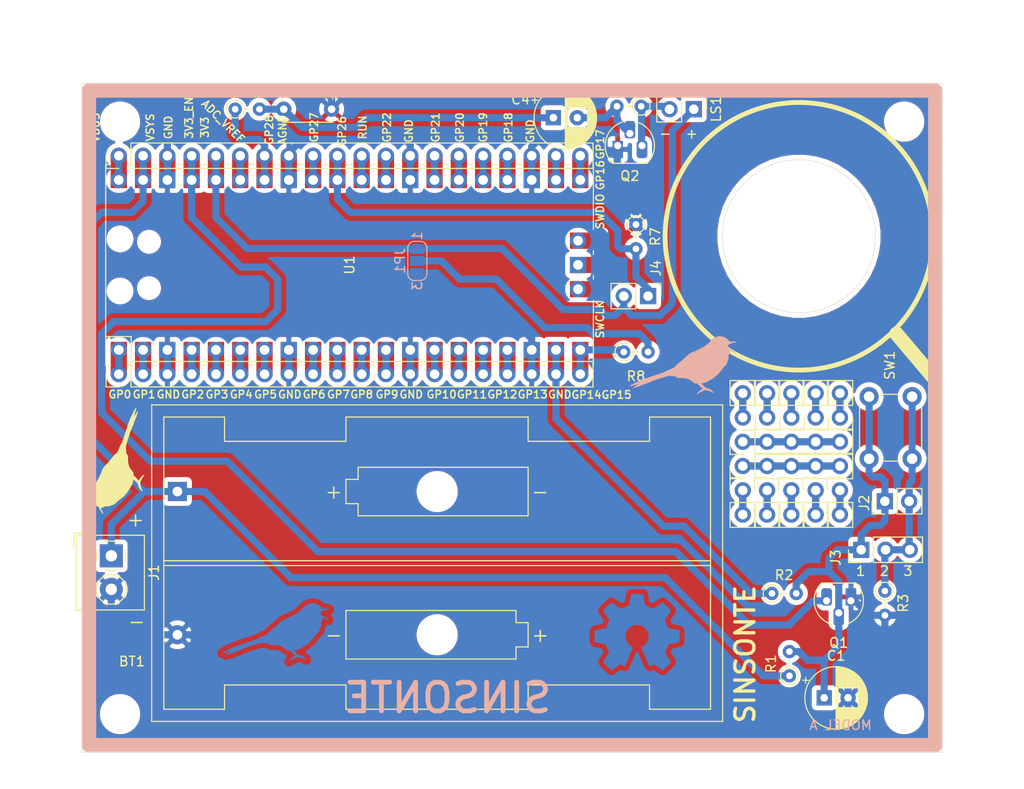
<source format=kicad_pcb>
(kicad_pcb (version 20171130) (host pcbnew 5.1.5+dfsg1-2build2)
  (title_block (title "SINSONTE MODEL A") (company Galopago))
  (layers (0 F.Cu signal) (31 B.Cu signal) (34 B.Paste user) (35 F.Paste user) (36 B.SilkS user) (37 F.SilkS user) (38 B.Mask user) (39 F.Mask user) (44 Edge.Cuts user))
  (net 0 "")
  (net 1 "Net-(U1-Pad43)")
  (net 2 "Net-(U1-Pad42)")
  (net 3 "Net-(U1-Pad41)")
  (net 4 "Net-(BT1-Pad2)")
  (net 5 "Net-(BT1-Pad1)")
  (net 6 "Net-(C1-Pad1)")
  (net 7 "Net-(C2-Pad1)")
  (net 8 "Net-(LS1-Pad2)")
  (net 9 "Net-(JP1-Pad2)")
  (net 10 "Net-(J4-Pad2)")
  (net 11 "Net-(J4-Pad1)")
  (net 12 "Net-(J2-Pad2)")
  (net 13 "Net-(C4-Pad2)")
  (net 14 "Net-(J5-Pad20)")
  (net 15 "Net-(J5-Pad19)")
  (net 16 "Net-(J5-Pad17)")
  (net 17 "Net-(J5-Pad16)")
  (net 18 "Net-(J5-Pad15)")
  (net 19 "Net-(J5-Pad14)")
  (net 20 "Net-(J5-Pad12)")
  (net 21 "Net-(J5-Pad11)")
  (net 22 "Net-(J5-Pad9)")
  (net 23 "Net-(J5-Pad7)")
  (net 24 "Net-(J5-Pad6)")
  (net 25 "Net-(J5-Pad1)")
  (net 26 "Net-(J5-Pad4)")
  (net 27 "Net-(J5-Pad10)")
  (net 28 "Net-(J5-Pad5)")
  (net 29 "Net-(J5-Pad2)")
  (net 30 "Net-(J6-Pad20)")
  (net 31 "Net-(J6-Pad19)")
  (net 32 "Net-(J6-Pad17)")
  (net 33 "Net-(J6-Pad16)")
  (net 34 "Net-(J6-Pad15)")
  (net 35 "Net-(J6-Pad14)")
  (net 36 "Net-(J6-Pad12)")
  (net 37 "Net-(J6-Pad11)")
  (net 38 "Net-(J6-Pad9)")
  (net 39 "Net-(J6-Pad7)")
  (net 40 "Net-(J6-Pad6)")
  (net 41 "Net-(J6-Pad4)")
  (net 42 "Net-(J6-Pad1)")
  (net 43 "Net-(J7-Pad1)")
  (net 44 "Net-(J8-Pad1)")
  (net 45 "Net-(J9-Pad1)")
  (net 46 "Net-(J10-Pad1)")
  (net 47 "Net-(J11-Pad1)")
  (net 48 "Net-(J12-Pad1)")
  (net 49 "Net-(J13-Pad1)")
  (net 50 "Net-(J14-Pad1)")
  (net 51 "Net-(J15-Pad1)")
  (net 52 "Net-(J16-Pad1)")
  (net 53 "Net-(J17-Pad1)")
  (net 54 "Net-(J18-Pad1)")
  (module Connector_PinHeader_2.54mm:PinHeader_1x02_P2.54mm_Vertical (layer F.Cu) (at 119.126 84.963 180)
    (fp_text reference J18 hide)
    (fp_text value Conn_01x02_Male)
    (pad 2 thru_hole oval (at 0 2.54 180) (size 1.7 1.7) (drill 1) (layers *.Cu *.Mask) (net 54 "Net-(J18-Pad1)"))
    (pad 1 thru_hole circle (at 0 0 180) (size 1.7 1.7) (drill 1) (layers *.Cu *.Mask) (net 54 "Net-(J18-Pad1)"))
  )
  (module Connector_PinHeader_2.54mm:PinHeader_1x02_P2.54mm_Vertical (layer F.Cu) (at 121.666 84.963 180)
    (fp_text reference J17 hide)
    (fp_text value Conn_01x02_Male)
    (pad 2 thru_hole oval (at 0 2.54 180) (size 1.7 1.7) (drill 1) (layers *.Cu *.Mask) (net 53 "Net-(J17-Pad1)"))
    (pad 1 thru_hole circle (at 0 0 180) (size 1.7 1.7) (drill 1) (layers *.Cu *.Mask) (net 53 "Net-(J17-Pad1)"))
  )
  (module Connector_PinHeader_2.54mm:PinHeader_1x02_P2.54mm_Vertical (layer F.Cu) (at 124.206 84.963 180)
    (fp_text reference J16 hide)
    (fp_text value Conn_01x02_Male)
    (pad 2 thru_hole oval (at 0 2.54 180) (size 1.7 1.7) (drill 1) (layers *.Cu *.Mask) (net 52 "Net-(J16-Pad1)"))
    (pad 1 thru_hole circle (at 0 0 180) (size 1.7 1.7) (drill 1) (layers *.Cu *.Mask) (net 52 "Net-(J16-Pad1)"))
  )
  (module Connector_PinHeader_2.54mm:PinHeader_1x02_P2.54mm_Vertical (layer F.Cu) (at 126.746 84.963 180)
    (fp_text reference J15 hide)
    (fp_text value Conn_01x02_Male)
    (pad 2 thru_hole oval (at 0 2.54 180) (size 1.7 1.7) (drill 1) (layers *.Cu *.Mask) (net 51 "Net-(J15-Pad1)"))
    (pad 1 thru_hole circle (at 0 0 180) (size 1.7 1.7) (drill 1) (layers *.Cu *.Mask) (net 51 "Net-(J15-Pad1)"))
  )
  (module Connector_PinHeader_2.54mm:PinHeader_1x02_P2.54mm_Vertical (layer F.Cu) (at 129.286 84.963 180)
    (fp_text reference J14 hide)
    (fp_text value Conn_01x02_Male)
    (pad 2 thru_hole oval (at 0 2.54 180) (size 1.7 1.7) (drill 1) (layers *.Cu *.Mask) (net 50 "Net-(J14-Pad1)"))
    (pad 1 thru_hole circle (at 0 0 180) (size 1.7 1.7) (drill 1) (layers *.Cu *.Mask) (net 50 "Net-(J14-Pad1)"))
  )
  (module Connector_PinHeader_2.54mm:PinHeader_1x02_P2.54mm_Vertical (layer F.Cu) (at 119.126 92.583)
    (fp_text reference J13 hide)
    (fp_text value Conn_01x02_Male)
    (pad 2 thru_hole oval (at 0 2.54) (size 1.7 1.7) (drill 1) (layers *.Cu *.Mask) (net 49 "Net-(J13-Pad1)"))
    (pad 1 thru_hole circle (at 0 0) (size 1.7 1.7) (drill 1) (layers *.Cu *.Mask) (net 49 "Net-(J13-Pad1)"))
  )
  (module Connector_PinHeader_2.54mm:PinHeader_1x02_P2.54mm_Vertical (layer F.Cu) (at 121.666 92.583)
    (fp_text reference J12 hide)
    (fp_text value Conn_01x02_Male)
    (pad 2 thru_hole oval (at 0 2.54) (size 1.7 1.7) (drill 1) (layers *.Cu *.Mask) (net 48 "Net-(J12-Pad1)"))
    (pad 1 thru_hole circle (at 0 0) (size 1.7 1.7) (drill 1) (layers *.Cu *.Mask) (net 48 "Net-(J12-Pad1)"))
  )
  (module Connector_PinHeader_2.54mm:PinHeader_1x02_P2.54mm_Vertical (layer F.Cu) (at 124.206 92.583)
    (fp_text reference J11 hide)
    (fp_text value Conn_01x02_Male)
    (pad 2 thru_hole oval (at 0 2.54) (size 1.7 1.7) (drill 1) (layers *.Cu *.Mask) (net 47 "Net-(J11-Pad1)"))
    (pad 1 thru_hole circle (at 0 0) (size 1.7 1.7) (drill 1) (layers *.Cu *.Mask) (net 47 "Net-(J11-Pad1)"))
  )
  (module Connector_PinHeader_2.54mm:PinHeader_1x02_P2.54mm_Vertical (layer F.Cu) (at 126.746 92.583)
    (fp_text reference J10 hide)
    (fp_text value Conn_01x02_Male)
    (pad 2 thru_hole oval (at 0 2.54) (size 1.7 1.7) (drill 1) (layers *.Cu *.Mask) (net 46 "Net-(J10-Pad1)"))
    (pad 1 thru_hole circle (at 0 0) (size 1.7 1.7) (drill 1) (layers *.Cu *.Mask) (net 46 "Net-(J10-Pad1)"))
  )
  (module Connector_PinHeader_2.54mm:PinHeader_1x02_P2.54mm_Vertical (layer F.Cu) (at 129.286 92.583)
    (fp_text reference J9 hide)
    (fp_text value Conn_01x02_Male)
    (pad 2 thru_hole oval (at 0 2.54) (size 1.7 1.7) (drill 1) (layers *.Cu *.Mask) (net 45 "Net-(J9-Pad1)"))
    (pad 1 thru_hole circle (at 0 0) (size 1.7 1.7) (drill 1) (layers *.Cu *.Mask) (net 45 "Net-(J9-Pad1)"))
  )
  (module Connector_PinHeader_2.54mm:PinHeader_1x05_P2.54mm_Vertical (layer F.Cu) (at 119.126 90.043 90)
    (fp_text reference J7 hide)
    (fp_text value Conn_01x05_Male)
    (pad 5 thru_hole oval (at 0 10.16 90) (size 1.7 1.7) (drill 1) (layers *.Cu *.Mask) (net 43 "Net-(J7-Pad1)"))
    (pad 4 thru_hole oval (at 0 7.62 90) (size 1.7 1.7) (drill 1) (layers *.Cu *.Mask) (net 43 "Net-(J7-Pad1)"))
    (pad 3 thru_hole oval (at 0 5.08 90) (size 1.7 1.7) (drill 1) (layers *.Cu *.Mask) (net 43 "Net-(J7-Pad1)"))
    (pad 2 thru_hole oval (at 0 2.54 90) (size 1.7 1.7) (drill 1) (layers *.Cu *.Mask) (net 43 "Net-(J7-Pad1)"))
    (pad 1 thru_hole circle (at 0 0 90) (size 1.7 1.7) (drill 1) (layers *.Cu *.Mask) (net 43 "Net-(J7-Pad1)"))
  )
  (module Connector_PinHeader_2.54mm:PinHeader_1x05_P2.54mm_Vertical (layer F.Cu) (at 119.126 87.503 90)
    (fp_text reference J8 hide)
    (fp_text value Conn_01x05_Male)
    (pad 5 thru_hole oval (at 0 10.16 90) (size 1.7 1.7) (drill 1) (layers *.Cu *.Mask) (net 44 "Net-(J8-Pad1)"))
    (pad 4 thru_hole oval (at 0 7.62 90) (size 1.7 1.7) (drill 1) (layers *.Cu *.Mask) (net 44 "Net-(J8-Pad1)"))
    (pad 3 thru_hole oval (at 0 5.08 90) (size 1.7 1.7) (drill 1) (layers *.Cu *.Mask) (net 44 "Net-(J8-Pad1)"))
    (pad 2 thru_hole oval (at 0 2.54 90) (size 1.7 1.7) (drill 1) (layers *.Cu *.Mask) (net 44 "Net-(J8-Pad1)"))
    (pad 1 thru_hole circle (at 0 0 90) (size 1.7 1.7) (drill 1) (layers *.Cu *.Mask) (net 44 "Net-(J8-Pad1)"))
  )
  (module Connector_PinHeader_2.54mm:PinHeader_1x20_P2.54mm_Vertical (layer F.Cu) (at 53.87 57.57 90)
    (fp_text reference J6 hide)
    (fp_text value Conn_01x20_Male)
    (pad 20 thru_hole oval (at 0 48.26 90) (size 1.7 1.7) (drill 1) (layers *.Cu *.Mask) (net 30 "Net-(J6-Pad20)"))
    (pad 19 thru_hole oval (at 0 45.72 90) (size 1.7 1.7) (drill 1) (layers *.Cu *.Mask) (net 31 "Net-(J6-Pad19)"))
    (pad 18 thru_hole oval (at 0 43.18 90) (size 1.7 1.7) (drill 1) (layers *.Cu *.Mask) (net 4 "Net-(BT1-Pad2)"))
    (pad 17 thru_hole oval (at 0 40.64 90) (size 1.7 1.7) (drill 1) (layers *.Cu *.Mask) (net 32 "Net-(J6-Pad17)"))
    (pad 16 thru_hole oval (at 0 38.1 90) (size 1.7 1.7) (drill 1) (layers *.Cu *.Mask) (net 33 "Net-(J6-Pad16)"))
    (pad 15 thru_hole oval (at 0 35.56 90) (size 1.7 1.7) (drill 1) (layers *.Cu *.Mask) (net 34 "Net-(J6-Pad15)"))
    (pad 14 thru_hole oval (at 0 33.02 90) (size 1.7 1.7) (drill 1) (layers *.Cu *.Mask) (net 35 "Net-(J6-Pad14)"))
    (pad 13 thru_hole oval (at 0 30.48 90) (size 1.7 1.7) (drill 1) (layers *.Cu *.Mask) (net 4 "Net-(BT1-Pad2)"))
    (pad 12 thru_hole oval (at 0 27.94 90) (size 1.7 1.7) (drill 1) (layers *.Cu *.Mask) (net 36 "Net-(J6-Pad12)"))
    (pad 11 thru_hole oval (at 0 25.4 90) (size 1.7 1.7) (drill 1) (layers *.Cu *.Mask) (net 37 "Net-(J6-Pad11)"))
    (pad 10 thru_hole oval (at 0 22.86 90) (size 1.7 1.7) (drill 1) (layers *.Cu *.Mask) (net 11 "Net-(J4-Pad1)"))
    (pad 9 thru_hole oval (at 0 20.32 90) (size 1.7 1.7) (drill 1) (layers *.Cu *.Mask) (net 38 "Net-(J6-Pad9)"))
    (pad 8 thru_hole oval (at 0 17.78 90) (size 1.7 1.7) (drill 1) (layers *.Cu *.Mask) (net 4 "Net-(BT1-Pad2)"))
    (pad 7 thru_hole oval (at 0 15.24 90) (size 1.7 1.7) (drill 1) (layers *.Cu *.Mask) (net 39 "Net-(J6-Pad7)"))
    (pad 6 thru_hole oval (at 0 12.7 90) (size 1.7 1.7) (drill 1) (layers *.Cu *.Mask) (net 40 "Net-(J6-Pad6)"))
    (pad 5 thru_hole oval (at 0 10.16 90) (size 1.7 1.7) (drill 1) (layers *.Cu *.Mask) (net 10 "Net-(J4-Pad2)"))
    (pad 4 thru_hole oval (at 0 7.62 90) (size 1.7 1.7) (drill 1) (layers *.Cu *.Mask) (net 41 "Net-(J6-Pad4)"))
    (pad 3 thru_hole oval (at 0 5.08 90) (size 1.7 1.7) (drill 1) (layers *.Cu *.Mask) (net 4 "Net-(BT1-Pad2)"))
    (pad 2 thru_hole oval (at 0 2.54 90) (size 1.7 1.7) (drill 1) (layers *.Cu *.Mask) (net 5 "Net-(BT1-Pad1)"))
    (pad 1 thru_hole circle (at 0 0 90) (size 1.7 1.7) (drill 1) (layers *.Cu *.Mask) (net 42 "Net-(J6-Pad1)"))
  )
  (module Connector_PinHeader_2.54mm:PinHeader_1x20_P2.54mm_Vertical (layer F.Cu) (at 53.87 80.43 90)
    (fp_text reference J5 hide)
    (fp_text value Conn_01x20_Male)
    (pad 20 thru_hole oval (at 0 48.26 90) (size 1.7 1.7) (drill 1) (layers *.Cu *.Mask) (net 14 "Net-(J5-Pad20)"))
    (pad 19 thru_hole oval (at 0 45.72 90) (size 1.7 1.7) (drill 1) (layers *.Cu *.Mask) (net 15 "Net-(J5-Pad19)"))
    (pad 18 thru_hole oval (at 0 43.18 90) (size 1.7 1.7) (drill 1) (layers *.Cu *.Mask) (net 4 "Net-(BT1-Pad2)"))
    (pad 17 thru_hole oval (at 0 40.64 90) (size 1.7 1.7) (drill 1) (layers *.Cu *.Mask) (net 16 "Net-(J5-Pad17)"))
    (pad 16 thru_hole oval (at 0 38.1 90) (size 1.7 1.7) (drill 1) (layers *.Cu *.Mask) (net 17 "Net-(J5-Pad16)"))
    (pad 15 thru_hole oval (at 0 35.56 90) (size 1.7 1.7) (drill 1) (layers *.Cu *.Mask) (net 18 "Net-(J5-Pad15)"))
    (pad 14 thru_hole oval (at 0 33.02 90) (size 1.7 1.7) (drill 1) (layers *.Cu *.Mask) (net 19 "Net-(J5-Pad14)"))
    (pad 13 thru_hole oval (at 0 30.48 90) (size 1.7 1.7) (drill 1) (layers *.Cu *.Mask) (net 4 "Net-(BT1-Pad2)"))
    (pad 12 thru_hole oval (at 0 27.94 90) (size 1.7 1.7) (drill 1) (layers *.Cu *.Mask) (net 20 "Net-(J5-Pad12)"))
    (pad 11 thru_hole oval (at 0 25.4 90) (size 1.7 1.7) (drill 1) (layers *.Cu *.Mask) (net 21 "Net-(J5-Pad11)"))
    (pad 10 thru_hole oval (at 0 22.86 90) (size 1.7 1.7) (drill 1) (layers *.Cu *.Mask) (net 27 "Net-(J5-Pad10)"))
    (pad 9 thru_hole oval (at 0 20.32 90) (size 1.7 1.7) (drill 1) (layers *.Cu *.Mask) (net 22 "Net-(J5-Pad9)"))
    (pad 8 thru_hole oval (at 0 17.78 90) (size 1.7 1.7) (drill 1) (layers *.Cu *.Mask) (net 4 "Net-(BT1-Pad2)"))
    (pad 7 thru_hole oval (at 0 15.24 90) (size 1.7 1.7) (drill 1) (layers *.Cu *.Mask) (net 23 "Net-(J5-Pad7)"))
    (pad 6 thru_hole oval (at 0 12.7 90) (size 1.7 1.7) (drill 1) (layers *.Cu *.Mask) (net 24 "Net-(J5-Pad6)"))
    (pad 5 thru_hole oval (at 0 10.16 90) (size 1.7 1.7) (drill 1) (layers *.Cu *.Mask) (net 28 "Net-(J5-Pad5)"))
    (pad 4 thru_hole oval (at 0 7.62 90) (size 1.7 1.7) (drill 1) (layers *.Cu *.Mask) (net 26 "Net-(J5-Pad4)"))
    (pad 3 thru_hole oval (at 0 5.08 90) (size 1.7 1.7) (drill 1) (layers *.Cu *.Mask) (net 4 "Net-(BT1-Pad2)"))
    (pad 2 thru_hole oval (at 0 2.54 90) (size 1.7 1.7) (drill 1) (layers *.Cu *.Mask) (net 29 "Net-(J5-Pad2)"))
    (pad 1 thru_hole circle (at 0 0 90) (size 1.7 1.7) (drill 1) (layers *.Cu *.Mask) (net 25 "Net-(J5-Pad1)"))
  )
  (module MCU_RaspberryPi_and_Boards:RPi_Pico_SMD_TH (layer F.Cu) (at 78 69 90)
    (fp_text reference U1 (at 0 0 90) (layer F.SilkS))
    (fp_text value Pico)
    (fp_text user SWDIO (at 5.6 26.2 90) (layer F.SilkS) (effects (font (size 0.8 0.8))))
    (fp_text user SWCLK (at -5.7 26.2 90) (layer F.SilkS) (effects (font (size 0.8 0.8))))
    (fp_text user AGND (at 14.136 -7.007 90) (layer F.SilkS) (effects (font (size 0.8 0.8))))
    (fp_text user GND (at 14.39 -18.945 90) (layer F.SilkS) (effects (font (size 0.8 0.8))))
    (fp_text user GND (at 14.009 6.201 90) (layer F.SilkS) (effects (font (size 0.8 0.8))))
    (fp_text user GND (at 14.009 18.901 90) (layer F.SilkS) (effects (font (size 0.8 0.8))))
    (fp_text user GND (at -13.5627 21.9871 180) (layer F.SilkS) (effects (font (size 0.8 0.8))))
    (fp_text user GND (at -13.55 6.455 180) (layer F.SilkS) (effects (font (size 0.8 0.8))))
    (fp_text user GND (at -13.55 -6.245 180) (layer F.SilkS) (effects (font (size 0.8 0.8))))
    (fp_text user GND (at -13.55 -18.945 180) (layer F.SilkS) (effects (font (size 0.8 0.8))))
    (fp_text user VBUS (at 14.39 -26.565 90) (layer F.SilkS) (effects (font (size 0.8 0.8))))
    (fp_text user VSYS (at 14.39 -20.85 90) (layer F.SilkS) (effects (font (size 0.8 0.8))))
    (fp_text user 3V3_EN (at 15.406 -16.786 90) (layer F.SilkS) (effects (font (size 0.8 0.8))))
    (fp_text user 3V3 (at 14.39 -15.135 90) (layer F.SilkS) (effects (font (size 0.8 0.8))))
    (fp_text user ADC_VREF (at 15.025 -13.23 -45) (layer F.SilkS) (effects (font (size 0.8 0.8))))
    (fp_text user GP28 (at 14.136 -8.404 90) (layer F.SilkS) (effects (font (size 0.8 0.8))))
    (fp_text user GP27 (at 14.39 -3.705 90) (layer F.SilkS) (effects (font (size 0.8 0.8))))
    (fp_text user GP26 (at 14.009 -0.784 90) (layer F.SilkS) (effects (font (size 0.8 0.8))))
    (fp_text user RUN (at 14.39 1.375 90) (layer F.SilkS) (effects (font (size 0.8 0.8))))
    (fp_text user GP22 (at 14.39 3.915 90) (layer F.SilkS) (effects (font (size 0.8 0.8))))
    (fp_text user GP21 (at 14.39 8.995 90) (layer F.SilkS) (effects (font (size 0.8 0.8))))
    (fp_text user GP20 (at 14.39 11.535 90) (layer F.SilkS) (effects (font (size 0.8 0.8))))
    (fp_text user GP19 (at 14.39 13.97 90) (layer F.SilkS) (effects (font (size 0.8 0.8))))
    (fp_text user GP18 (at 14.39 16.615 90) (layer F.SilkS) (effects (font (size 0.8 0.8))))
    (fp_text user GP17 (at 12.6247 26.2162 90) (layer F.SilkS) (effects (font (size 0.8 0.8))))
    (fp_text user GP16 (at 9.4 26.2162 90) (layer F.SilkS) (effects (font (size 0.8 0.8))))
    (fp_text user GP15 (at -13.5881 27.918 180) (layer F.SilkS) (effects (font (size 0.8 0.8))))
    (fp_text user GP14 (at -13.5881 24.7811 180) (layer F.SilkS) (effects (font (size 0.8 0.8))))
    (fp_text user GP13 (at -13.55 19.155 180) (layer F.SilkS) (effects (font (size 0.8 0.8))))
    (fp_text user GP12 (at -13.55 15.98 180) (layer F.SilkS) (effects (font (size 0.8 0.8))))
    (fp_text user GP11 (at -13.55 12.805 180) (layer F.SilkS) (effects (font (size 0.8 0.8))))
    (fp_text user GP10 (at -13.55 9.63 180) (layer F.SilkS) (effects (font (size 0.8 0.8))))
    (fp_text user GP9 (at -13.55 3.915 180) (layer F.SilkS) (effects (font (size 0.8 0.8))))
    (fp_text user GP8 (at -13.55 1.27 180) (layer F.SilkS) (effects (font (size 0.8 0.8))))
    (fp_text user GP7 (at -13.55 -1.165 180) (layer F.SilkS) (effects (font (size 0.8 0.8))))
    (fp_text user GP6 (at -13.55 -3.705 180) (layer F.SilkS) (effects (font (size 0.8 0.8))))
    (fp_text user GP5 (at -13.55 -8.785 180) (layer F.SilkS) (effects (font (size 0.8 0.8))))
    (fp_text user GP4 (at -13.55 -11.325 180) (layer F.SilkS) (effects (font (size 0.8 0.8))))
    (fp_text user GP3 (at -13.55 -13.865 180) (layer F.SilkS) (effects (font (size 0.8 0.8))))
    (fp_text user GP0 (at -13.55 -24.025 180) (layer F.SilkS) (effects (font (size 0.8 0.8))))
    (fp_text user GP2 (at -13.55 -16.405 180) (layer F.SilkS) (effects (font (size 0.8 0.8))))
    (fp_text user GP1 (at -13.55 -21.485 180) (layer F.SilkS) (effects (font (size 0.8 0.8))))
    (pad 43 thru_hole oval (at 2.54 23.9 90) (size 1.7 1.7) (drill 1.02) (layers *.Cu *.Mask) (net 1 "Net-(U1-Pad43)"))
    (pad 43 smd rect (at 2.54 23.9 180) (size 3.5 1.7) (drill (offset -0.9 0)) (layers F.Cu F.Mask) (net 1 "Net-(U1-Pad43)"))
    (pad 42 thru_hole rect (at 0 23.9 90) (size 1.7 1.7) (drill 1.02) (layers *.Cu *.Mask) (net 2 "Net-(U1-Pad42)"))
    (pad 42 smd rect (at 0 23.9 180) (size 3.5 1.7) (drill (offset -0.9 0)) (layers F.Cu F.Mask) (net 2 "Net-(U1-Pad42)"))
    (pad 41 thru_hole oval (at -2.54 23.9 90) (size 1.7 1.7) (drill 1.02) (layers *.Cu *.Mask) (net 3 "Net-(U1-Pad41)"))
    (pad 41 smd rect (at -2.54 23.9 180) (size 3.5 1.7) (drill (offset -0.9 0)) (layers F.Cu F.Mask) (net 3 "Net-(U1-Pad41)"))
    (pad "" np_thru_hole oval (at 2.425 -20.97 90) (size 1.5 1.5) (drill 1.5) (layers *.Cu *.Mask))
    (pad "" np_thru_hole oval (at -2.425 -20.97 90) (size 1.5 1.5) (drill 1.5) (layers *.Cu *.Mask))
    (pad "" np_thru_hole oval (at 2.725 -24 90) (size 1.8 1.8) (drill 1.8) (layers *.Cu *.Mask))
    (pad "" np_thru_hole oval (at -2.725 -24 90) (size 1.8 1.8) (drill 1.8) (layers *.Cu *.Mask))
    (pad 21 smd rect (at 8.89 24.13 90) (size 3.5 1.7) (drill (offset 0.9 0)) (layers F.Cu F.Mask) (net 30 "Net-(J6-Pad20)"))
    (pad 22 smd rect (at 8.89 21.59 90) (size 3.5 1.7) (drill (offset 0.9 0)) (layers F.Cu F.Mask) (net 31 "Net-(J6-Pad19)"))
    (pad 23 smd rect (at 8.89 19.05 90) (size 3.5 1.7) (drill (offset 0.9 0)) (layers F.Cu F.Mask) (net 4 "Net-(BT1-Pad2)"))
    (pad 24 smd rect (at 8.89 16.51 90) (size 3.5 1.7) (drill (offset 0.9 0)) (layers F.Cu F.Mask) (net 32 "Net-(J6-Pad17)"))
    (pad 25 smd rect (at 8.89 13.97 90) (size 3.5 1.7) (drill (offset 0.9 0)) (layers F.Cu F.Mask) (net 33 "Net-(J6-Pad16)"))
    (pad 26 smd rect (at 8.89 11.43 90) (size 3.5 1.7) (drill (offset 0.9 0)) (layers F.Cu F.Mask) (net 34 "Net-(J6-Pad15)"))
    (pad 27 smd rect (at 8.89 8.89 90) (size 3.5 1.7) (drill (offset 0.9 0)) (layers F.Cu F.Mask) (net 35 "Net-(J6-Pad14)"))
    (pad 28 smd rect (at 8.89 6.35 90) (size 3.5 1.7) (drill (offset 0.9 0)) (layers F.Cu F.Mask) (net 4 "Net-(BT1-Pad2)"))
    (pad 29 smd rect (at 8.89 3.81 90) (size 3.5 1.7) (drill (offset 0.9 0)) (layers F.Cu F.Mask) (net 36 "Net-(J6-Pad12)"))
    (pad 30 smd rect (at 8.89 1.27 90) (size 3.5 1.7) (drill (offset 0.9 0)) (layers F.Cu F.Mask) (net 37 "Net-(J6-Pad11)"))
    (pad 31 smd rect (at 8.89 -1.27 90) (size 3.5 1.7) (drill (offset 0.9 0)) (layers F.Cu F.Mask) (net 11 "Net-(J4-Pad1)"))
    (pad 32 smd rect (at 8.89 -3.81 90) (size 3.5 1.7) (drill (offset 0.9 0)) (layers F.Cu F.Mask) (net 38 "Net-(J6-Pad9)"))
    (pad 33 smd rect (at 8.89 -6.35 90) (size 3.5 1.7) (drill (offset 0.9 0)) (layers F.Cu F.Mask) (net 4 "Net-(BT1-Pad2)"))
    (pad 34 smd rect (at 8.89 -8.89 90) (size 3.5 1.7) (drill (offset 0.9 0)) (layers F.Cu F.Mask) (net 39 "Net-(J6-Pad7)"))
    (pad 35 smd rect (at 8.89 -11.43 90) (size 3.5 1.7) (drill (offset 0.9 0)) (layers F.Cu F.Mask) (net 40 "Net-(J6-Pad6)"))
    (pad 36 smd rect (at 8.89 -13.97 90) (size 3.5 1.7) (drill (offset 0.9 0)) (layers F.Cu F.Mask) (net 10 "Net-(J4-Pad2)"))
    (pad 37 smd rect (at 8.89 -16.51 90) (size 3.5 1.7) (drill (offset 0.9 0)) (layers F.Cu F.Mask) (net 41 "Net-(J6-Pad4)"))
    (pad 38 smd rect (at 8.89 -19.05 90) (size 3.5 1.7) (drill (offset 0.9 0)) (layers F.Cu F.Mask) (net 4 "Net-(BT1-Pad2)"))
    (pad 39 smd rect (at 8.89 -21.59 90) (size 3.5 1.7) (drill (offset 0.9 0)) (layers F.Cu F.Mask) (net 5 "Net-(BT1-Pad1)"))
    (pad 40 smd rect (at 8.89 -24.13 90) (size 3.5 1.7) (drill (offset 0.9 0)) (layers F.Cu F.Mask) (net 42 "Net-(J6-Pad1)"))
    (pad 20 smd rect (at -8.89 24.13 90) (size 3.5 1.7) (drill (offset -0.9 0)) (layers F.Cu F.Mask) (net 14 "Net-(J5-Pad20)"))
    (pad 19 smd rect (at -8.89 21.59 90) (size 3.5 1.7) (drill (offset -0.9 0)) (layers F.Cu F.Mask) (net 15 "Net-(J5-Pad19)"))
    (pad 18 smd rect (at -8.89 19.05 90) (size 3.5 1.7) (drill (offset -0.9 0)) (layers F.Cu F.Mask) (net 4 "Net-(BT1-Pad2)"))
    (pad 17 smd rect (at -8.89 16.51 90) (size 3.5 1.7) (drill (offset -0.9 0)) (layers F.Cu F.Mask) (net 16 "Net-(J5-Pad17)"))
    (pad 16 smd rect (at -8.89 13.97 90) (size 3.5 1.7) (drill (offset -0.9 0)) (layers F.Cu F.Mask) (net 17 "Net-(J5-Pad16)"))
    (pad 15 smd rect (at -8.89 11.43 90) (size 3.5 1.7) (drill (offset -0.9 0)) (layers F.Cu F.Mask) (net 18 "Net-(J5-Pad15)"))
    (pad 14 smd rect (at -8.89 8.89 90) (size 3.5 1.7) (drill (offset -0.9 0)) (layers F.Cu F.Mask) (net 19 "Net-(J5-Pad14)"))
    (pad 13 smd rect (at -8.89 6.35 90) (size 3.5 1.7) (drill (offset -0.9 0)) (layers F.Cu F.Mask) (net 4 "Net-(BT1-Pad2)"))
    (pad 12 smd rect (at -8.89 3.81 90) (size 3.5 1.7) (drill (offset -0.9 0)) (layers F.Cu F.Mask) (net 20 "Net-(J5-Pad12)"))
    (pad 11 smd rect (at -8.89 1.27 90) (size 3.5 1.7) (drill (offset -0.9 0)) (layers F.Cu F.Mask) (net 21 "Net-(J5-Pad11)"))
    (pad 10 smd rect (at -8.89 -1.27 90) (size 3.5 1.7) (drill (offset -0.9 0)) (layers F.Cu F.Mask) (net 27 "Net-(J5-Pad10)"))
    (pad 9 smd rect (at -8.89 -3.81 90) (size 3.5 1.7) (drill (offset -0.9 0)) (layers F.Cu F.Mask) (net 22 "Net-(J5-Pad9)"))
    (pad 8 smd rect (at -8.89 -6.35 90) (size 3.5 1.7) (drill (offset -0.9 0)) (layers F.Cu F.Mask) (net 4 "Net-(BT1-Pad2)"))
    (pad 7 smd rect (at -8.89 -8.89 90) (size 3.5 1.7) (drill (offset -0.9 0)) (layers F.Cu F.Mask) (net 23 "Net-(J5-Pad7)"))
    (pad 6 smd rect (at -8.89 -11.43 90) (size 3.5 1.7) (drill (offset -0.9 0)) (layers F.Cu F.Mask) (net 24 "Net-(J5-Pad6)"))
    (pad 5 smd rect (at -8.89 -13.97 90) (size 3.5 1.7) (drill (offset -0.9 0)) (layers F.Cu F.Mask) (net 28 "Net-(J5-Pad5)"))
    (pad 4 smd rect (at -8.89 -16.51 90) (size 3.5 1.7) (drill (offset -0.9 0)) (layers F.Cu F.Mask) (net 26 "Net-(J5-Pad4)"))
    (pad 3 smd rect (at -8.89 -19.05 90) (size 3.5 1.7) (drill (offset -0.9 0)) (layers F.Cu F.Mask) (net 4 "Net-(BT1-Pad2)"))
    (pad 2 smd rect (at -8.89 -21.59 90) (size 3.5 1.7) (drill (offset -0.9 0)) (layers F.Cu F.Mask) (net 29 "Net-(J5-Pad2)"))
    (pad 1 smd rect (at -8.89 -24.13 90) (size 3.5 1.7) (drill (offset -0.9 0)) (layers F.Cu F.Mask) (net 25 "Net-(J5-Pad1)"))
    (pad 40 thru_hole oval (at 8.89 -24.13 90) (size 1.7 1.7) (drill 1.02) (layers *.Cu *.Mask) (net 42 "Net-(J6-Pad1)"))
    (pad 39 thru_hole oval (at 8.89 -21.59 90) (size 1.7 1.7) (drill 1.02) (layers *.Cu *.Mask) (net 5 "Net-(BT1-Pad1)"))
    (pad 38 thru_hole rect (at 8.89 -19.05 90) (size 1.7 1.7) (drill 1.02) (layers *.Cu *.Mask) (net 4 "Net-(BT1-Pad2)"))
    (pad 37 thru_hole oval (at 8.89 -16.51 90) (size 1.7 1.7) (drill 1.02) (layers *.Cu *.Mask) (net 41 "Net-(J6-Pad4)"))
    (pad 36 thru_hole oval (at 8.89 -13.97 90) (size 1.7 1.7) (drill 1.02) (layers *.Cu *.Mask) (net 10 "Net-(J4-Pad2)"))
    (pad 35 thru_hole oval (at 8.89 -11.43 90) (size 1.7 1.7) (drill 1.02) (layers *.Cu *.Mask) (net 40 "Net-(J6-Pad6)"))
    (pad 34 thru_hole oval (at 8.89 -8.89 90) (size 1.7 1.7) (drill 1.02) (layers *.Cu *.Mask) (net 39 "Net-(J6-Pad7)"))
    (pad 33 thru_hole rect (at 8.89 -6.35 90) (size 1.7 1.7) (drill 1.02) (layers *.Cu *.Mask) (net 4 "Net-(BT1-Pad2)"))
    (pad 32 thru_hole oval (at 8.89 -3.81 90) (size 1.7 1.7) (drill 1.02) (layers *.Cu *.Mask) (net 38 "Net-(J6-Pad9)"))
    (pad 31 thru_hole oval (at 8.89 -1.27 90) (size 1.7 1.7) (drill 1.02) (layers *.Cu *.Mask) (net 11 "Net-(J4-Pad1)"))
    (pad 30 thru_hole oval (at 8.89 1.27 90) (size 1.7 1.7) (drill 1.02) (layers *.Cu *.Mask) (net 37 "Net-(J6-Pad11)"))
    (pad 29 thru_hole oval (at 8.89 3.81 90) (size 1.7 1.7) (drill 1.02) (layers *.Cu *.Mask) (net 36 "Net-(J6-Pad12)"))
    (pad 28 thru_hole rect (at 8.89 6.35 90) (size 1.7 1.7) (drill 1.02) (layers *.Cu *.Mask) (net 4 "Net-(BT1-Pad2)"))
    (pad 27 thru_hole oval (at 8.89 8.89 90) (size 1.7 1.7) (drill 1.02) (layers *.Cu *.Mask) (net 35 "Net-(J6-Pad14)"))
    (pad 26 thru_hole oval (at 8.89 11.43 90) (size 1.7 1.7) (drill 1.02) (layers *.Cu *.Mask) (net 34 "Net-(J6-Pad15)"))
    (pad 25 thru_hole oval (at 8.89 13.97 90) (size 1.7 1.7) (drill 1.02) (layers *.Cu *.Mask) (net 33 "Net-(J6-Pad16)"))
    (pad 24 thru_hole oval (at 8.89 16.51 90) (size 1.7 1.7) (drill 1.02) (layers *.Cu *.Mask) (net 32 "Net-(J6-Pad17)"))
    (pad 23 thru_hole rect (at 8.89 19.05 90) (size 1.7 1.7) (drill 1.02) (layers *.Cu *.Mask) (net 4 "Net-(BT1-Pad2)"))
    (pad 22 thru_hole oval (at 8.89 21.59 90) (size 1.7 1.7) (drill 1.02) (layers *.Cu *.Mask) (net 31 "Net-(J6-Pad19)"))
    (pad 21 thru_hole oval (at 8.89 24.13 90) (size 1.7 1.7) (drill 1.02) (layers *.Cu *.Mask) (net 30 "Net-(J6-Pad20)"))
    (pad 20 thru_hole oval (at -8.89 24.13 90) (size 1.7 1.7) (drill 1.02) (layers *.Cu *.Mask) (net 14 "Net-(J5-Pad20)"))
    (pad 19 thru_hole oval (at -8.89 21.59 90) (size 1.7 1.7) (drill 1.02) (layers *.Cu *.Mask) (net 15 "Net-(J5-Pad19)"))
    (pad 18 thru_hole rect (at -8.89 19.05 90) (size 1.7 1.7) (drill 1.02) (layers *.Cu *.Mask) (net 4 "Net-(BT1-Pad2)"))
    (pad 17 thru_hole oval (at -8.89 16.51 90) (size 1.7 1.7) (drill 1.02) (layers *.Cu *.Mask) (net 16 "Net-(J5-Pad17)"))
    (pad 16 thru_hole oval (at -8.89 13.97 90) (size 1.7 1.7) (drill 1.02) (layers *.Cu *.Mask) (net 17 "Net-(J5-Pad16)"))
    (pad 15 thru_hole oval (at -8.89 11.43 90) (size 1.7 1.7) (drill 1.02) (layers *.Cu *.Mask) (net 18 "Net-(J5-Pad15)"))
    (pad 14 thru_hole oval (at -8.89 8.89 90) (size 1.7 1.7) (drill 1.02) (layers *.Cu *.Mask) (net 19 "Net-(J5-Pad14)"))
    (pad 13 thru_hole rect (at -8.89 6.35 90) (size 1.7 1.7) (drill 1.02) (layers *.Cu *.Mask) (net 4 "Net-(BT1-Pad2)"))
    (pad 12 thru_hole oval (at -8.89 3.81 90) (size 1.7 1.7) (drill 1.02) (layers *.Cu *.Mask) (net 20 "Net-(J5-Pad12)"))
    (pad 11 thru_hole oval (at -8.89 1.27 90) (size 1.7 1.7) (drill 1.02) (layers *.Cu *.Mask) (net 21 "Net-(J5-Pad11)"))
    (pad 10 thru_hole oval (at -8.89 -1.27 90) (size 1.7 1.7) (drill 1.02) (layers *.Cu *.Mask) (net 27 "Net-(J5-Pad10)"))
    (pad 9 thru_hole oval (at -8.89 -3.81 90) (size 1.7 1.7) (drill 1.02) (layers *.Cu *.Mask) (net 22 "Net-(J5-Pad9)"))
    (pad 8 thru_hole rect (at -8.89 -6.35 90) (size 1.7 1.7) (drill 1.02) (layers *.Cu *.Mask) (net 4 "Net-(BT1-Pad2)"))
    (pad 7 thru_hole oval (at -8.89 -8.89 90) (size 1.7 1.7) (drill 1.02) (layers *.Cu *.Mask) (net 23 "Net-(J5-Pad7)"))
    (pad 6 thru_hole oval (at -8.89 -11.43 90) (size 1.7 1.7) (drill 1.02) (layers *.Cu *.Mask) (net 24 "Net-(J5-Pad6)"))
    (pad 5 thru_hole oval (at -8.89 -13.97 90) (size 1.7 1.7) (drill 1.02) (layers *.Cu *.Mask) (net 28 "Net-(J5-Pad5)"))
    (pad 4 thru_hole oval (at -8.89 -16.51 90) (size 1.7 1.7) (drill 1.02) (layers *.Cu *.Mask) (net 26 "Net-(J5-Pad4)"))
    (pad 3 thru_hole rect (at -8.89 -19.05 90) (size 1.7 1.7) (drill 1.02) (layers *.Cu *.Mask) (net 4 "Net-(BT1-Pad2)"))
    (pad 2 thru_hole oval (at -8.89 -21.59 90) (size 1.7 1.7) (drill 1.02) (layers *.Cu *.Mask) (net 29 "Net-(J5-Pad2)"))
    (pad 1 thru_hole oval (at -8.89 -24.13 90) (size 1.7 1.7) (drill 1.02) (layers *.Cu *.Mask) (net 25 "Net-(J5-Pad1)"))
  )
  (module TerminalBlock_4Ucon:TerminalBlock_4Ucon_1x02_P3.50mm_Horizontal (layer F.Cu) (at 53.086 99.441 270)
    (fp_text reference J1 (at 1.75 -4.46 90) (layer F.SilkS))
    (fp_text value BAT)
    (pad 2 thru_hole circle (at 3.5 0 270) (size 2.4 2.4) (drill 1.2) (layers *.Cu *.Mask) (net 4 "Net-(BT1-Pad2)"))
    (pad 1 thru_hole rect (at 0 0 270) (size 2.4 2.4) (drill 1.2) (layers *.Cu *.Mask) (net 5 "Net-(BT1-Pad1)"))
  )
  (module Logos_Galopago:sinsonte_logo_11x6mm_cu (layer B.Cu) (at 70.2945 107.442 180)
    (fp_text reference G*** hide)
    (fp_text value LOGO hide)
    (fp_poly (pts (xy -3.616843 3.028893) (xy -3.507115 2.991797) (xy -3.451218 2.954549) (xy -3.408324 2.930559) (xy -3.348659 2.911422) (xy -3.344334 2.910497) (xy -3.269728 2.887277) (xy -3.184578 2.849077) (xy -3.101727 2.803005) (xy -3.034017 2.756171) (xy -2.995303 2.717281) (xy -2.900752 2.591648) (xy -2.77684 2.455011) (xy -2.632137 2.315158) (xy -2.475216 2.179876) (xy -2.314649 2.056953) (xy -2.159008 1.954178) (xy -2.148417 1.947879) (xy -2.043815 1.888479) (xy -1.916338 1.819716) (xy -1.77388 1.745505) (xy -1.624335 1.669761) (xy -1.475597 1.596397) (xy -1.335558 1.529329) (xy -1.212113 1.472471) (xy -1.113155 1.429737) (xy -1.068917 1.412541) (xy -0.942025 1.36462) (xy -0.834676 1.318048) (xy -0.739226 1.2677) (xy -0.648028 1.20845) (xy -0.553438 1.135175) (xy -0.44781 1.042748) (xy -0.323498 0.926044) (xy -0.278427 0.882641) (xy -0.163778 0.775611) (xy -0.027256 0.654208) (xy 0.118826 0.529025) (xy 0.262152 0.410654) (xy 0.365026 0.32916) (xy 0.471341 0.245583) (xy 0.566127 0.168438) (xy 0.644203 0.102158) (xy 0.700391 0.051173) (xy 0.729509 0.019915) (xy 0.732191 0.015051) (xy 0.752508 -0.018327) (xy 0.795044 -0.071065) (xy 0.851556 -0.13313) (xy 0.866856 -0.148881) (xy 0.919198 -0.200271) (xy 0.965703 -0.239331) (xy 1.015861 -0.271414) (xy 1.079163 -0.301873) (xy 1.165101 -0.336062) (xy 1.261692 -0.371566) (xy 1.407988 -0.425699) (xy 1.52226 -0.471096) (xy 1.612891 -0.511638) (xy 1.688266 -0.551205) (xy 1.756768 -0.59368) (xy 1.788583 -0.615475) (xy 1.857249 -0.655026) (xy 1.960418 -0.702793) (xy 2.091642 -0.756263) (xy 2.244474 -0.812921) (xy 2.412465 -0.870252) (xy 2.566505 -0.918894) (xy 2.691585 -0.957749) (xy 2.842992 -1.006154) (xy 3.014235 -1.061917) (xy 3.198826 -1.122847) (xy 3.390275 -1.186751) (xy 3.582095 -1.25144) (xy 3.767795 -1.314722) (xy 3.940887 -1.374404) (xy 4.094882 -1.428297) (xy 4.223291 -1.474209) (xy 4.319626 -1.509948) (xy 4.339166 -1.517519) (xy 4.432865 -1.556558) (xy 4.548549 -1.608276) (xy 4.680048 -1.669573) (xy 4.821187 -1.737348) (xy 4.965794 -1.808502) (xy 5.107697 -1.879935) (xy 5.240722 -1.948546) (xy 5.358698 -2.011236) (xy 5.45545 -2.064905) (xy 5.524806 -2.106453) (xy 5.55625 -2.128735) (xy 5.61975 -2.183033) (xy 5.481494 -2.172244) (xy 5.388725 -2.159107) (xy 5.295147 -2.136602) (xy 5.241614 -2.117894) (xy 5.175817 -2.092726) (xy 5.121059 -2.076992) (xy 5.101723 -2.074333) (xy 5.060084 -2.065873) (xy 4.999358 -2.044511) (xy 4.971186 -2.032464) (xy 4.877815 -2.003155) (xy 4.777902 -1.991331) (xy 4.773083 -1.991329) (xy 4.66725 -1.992062) (xy 4.836583 -2.073361) (xy 4.913676 -2.114095) (xy 4.996261 -2.163766) (xy 5.077146 -2.21721) (xy 5.149135 -2.269264) (xy 5.205037 -2.314763) (xy 5.237657 -2.348542) (xy 5.241695 -2.364193) (xy 5.213223 -2.367619) (xy 5.157235 -2.358449) (xy 5.085486 -2.3399) (xy 5.009729 -2.315189) (xy 4.941717 -2.287535) (xy 4.917718 -2.275505) (xy 4.852405 -2.246178) (xy 4.814034 -2.244862) (xy 4.807575 -2.249391) (xy 4.775059 -2.256579) (xy 4.712026 -2.242354) (xy 4.617056 -2.206216) (xy 4.488729 -2.147669) (xy 4.415992 -2.11202) (xy 4.315119 -2.066498) (xy 4.204027 -2.023686) (xy 4.105032 -1.992111) (xy 4.095666 -1.989645) (xy 4.024888 -1.967775) (xy 3.925612 -1.931946) (xy 3.807752 -1.885995) (xy 3.681221 -1.833759) (xy 3.584627 -1.791891) (xy 3.464552 -1.738743) (xy 3.362173 -1.693953) (xy 3.271657 -1.655419) (xy 3.187168 -1.621035) (xy 3.102872 -1.588697) (xy 3.012935 -1.556303) (xy 2.911522 -1.521747) (xy 2.792799 -1.482925) (xy 2.650932 -1.437734) (xy 2.480086 -1.384069) (xy 2.283356 -1.322614) (xy 1.571628 -1.100461) (xy 1.235606 -1.121112) (xy 1.06659 -1.133241) (xy 0.935085 -1.147123) (xy 0.836269 -1.163917) (xy 0.765324 -1.18478) (xy 0.71743 -1.210872) (xy 0.687767 -1.24335) (xy 0.681861 -1.254183) (xy 0.663123 -1.283544) (xy 0.635344 -1.304742) (xy 0.592335 -1.318849) (xy 0.527905 -1.326938) (xy 0.435867 -1.330081) (xy 0.31003 -1.329351) (xy 0.254 -1.328321) (xy 0.052724 -1.333428) (xy -0.14655 -1.355637) (xy -0.337117 -1.393024) (xy -0.512268 -1.443665) (xy -0.665296 -1.505634) (xy -0.789493 -1.577007) (xy -0.875144 -1.652321) (xy -0.933114 -1.708821) (xy -0.997191 -1.756327) (xy -1.016 -1.766952) (xy -1.08612 -1.80681) (xy -1.154529 -1.852402) (xy -1.157463 -1.854582) (xy -1.212734 -1.886838) (xy -1.277192 -1.901974) (xy -1.346208 -1.905) (xy -1.467573 -1.905) (xy -2.030003 -2.461918) (xy -1.86696 -2.553703) (xy -1.691821 -2.673593) (xy -1.549447 -2.816788) (xy -1.453888 -2.9593) (xy -1.423678 -3.017482) (xy -1.405514 -3.057311) (xy -1.40297 -3.069166) (xy -1.422571 -3.057595) (xy -1.469263 -3.026183) (xy -1.535821 -2.979877) (xy -1.606419 -2.929787) (xy -1.716786 -2.856873) (xy -1.838748 -2.78634) (xy -1.963867 -2.722124) (xy -2.083702 -2.668163) (xy -2.189815 -2.628393) (xy -2.273766 -2.60675) (xy -2.304937 -2.603958) (xy -2.418728 -2.614679) (xy -2.557201 -2.643455) (xy -2.708503 -2.686956) (xy -2.860778 -2.741856) (xy -2.977441 -2.792751) (xy -3.071413 -2.837403) (xy -3.132384 -2.865017) (xy -3.165525 -2.876862) (xy -3.176004 -2.874206) (xy -3.168992 -2.858319) (xy -3.153589 -2.83599) (xy -3.062272 -2.721285) (xy -2.963693 -2.620734) (xy -2.864511 -2.539603) (xy -2.771386 -2.483158) (xy -2.69098 -2.456667) (xy -2.672209 -2.455333) (xy -2.630383 -2.445682) (xy -2.572583 -2.421655) (xy -2.555639 -2.413) (xy -2.490558 -2.385623) (xy -2.429143 -2.371284) (xy -2.418008 -2.370666) (xy -2.388221 -2.364424) (xy -2.350273 -2.343054) (xy -2.299212 -2.302592) (xy -2.230082 -2.239073) (xy -2.13793 -2.148533) (xy -2.127951 -2.138535) (xy -2.049204 -2.058433) (xy -1.983198 -1.989155) (xy -1.934803 -1.93599) (xy -1.908892 -1.904225) (xy -1.906062 -1.897712) (xy -1.929773 -1.890632) (xy -1.985558 -1.878807) (xy -2.063697 -1.864212) (xy -2.112137 -1.855812) (xy -2.208414 -1.83541) (xy -2.307297 -1.805209) (xy -2.414046 -1.762691) (xy -2.53392 -1.705338) (xy -2.672178 -1.630632) (xy -2.834081 -1.536053) (xy -3.024887 -1.419085) (xy -3.026834 -1.417872) (xy -3.275846 -1.244503) (xy -3.515377 -1.042852) (xy -3.73557 -0.822233) (xy -3.926563 -0.591961) (xy -3.980493 -0.516904) (xy -4.059737 -0.409775) (xy -4.15645 -0.290338) (xy -4.25698 -0.174985) (xy -4.328199 -0.099459) (xy -4.525292 0.099888) (xy -4.633313 0.429287) (xy -4.677218 0.565142) (xy -4.708314 0.668168) (xy -4.727808 0.745484) (xy -4.736907 0.804205) (xy -4.736818 0.85145) (xy -4.728749 0.894335) (xy -4.717981 0.928507) (xy -4.708545 0.964595) (xy -4.709833 1.000359) (xy -4.724682 1.046241) (xy -4.755932 1.112686) (xy -4.781647 1.162759) (xy -4.823604 1.2514) (xy -4.858005 1.338767) (xy -4.878915 1.409334) (xy -4.881553 1.424039) (xy -4.89444 1.518057) (xy -5.003095 1.477091) (xy -5.075301 1.447242) (xy -5.167025 1.405717) (xy -5.260379 1.36066) (xy -5.275464 1.353063) (xy -5.383215 1.301892) (xy -5.456796 1.275148) (xy -5.496579 1.272781) (xy -5.502936 1.294745) (xy -5.487135 1.325426) (xy -5.457352 1.353593) (xy -5.398472 1.396668) (xy -5.31872 1.449574) (xy -5.226316 1.507234) (xy -5.129485 1.564572) (xy -5.036448 1.61651) (xy -4.955429 1.657971) (xy -4.928307 1.670451) (xy -4.848424 1.706849) (xy -4.797446 1.736112) (xy -4.765132 1.767218) (xy -4.741239 1.809144) (xy -4.724187 1.849376) (xy -4.697384 1.927871) (xy -4.678658 2.005439) (xy -4.674227 2.037777) (xy -4.675011 2.093974) (xy -4.695184 2.129605) (xy -4.738332 2.160269) (xy -4.786939 2.185282) (xy -4.863802 2.219727) (xy -4.957384 2.258597) (xy -5.034176 2.288622) (xy -5.136018 2.326333) (xy -5.210868 2.350397) (xy -5.270901 2.36322) (xy -5.328295 2.367211) (xy -5.395227 2.364778) (xy -5.413146 2.363571) (xy -5.508641 2.360441) (xy -5.563472 2.367511) (xy -5.578117 2.385006) (xy -5.553052 2.413154) (xy -5.538632 2.423205) (xy -5.45609 2.459109) (xy -5.344338 2.481907) (xy -5.214828 2.490267) (xy -5.079013 2.482854) (xy -5.053966 2.479627) (xy -4.886288 2.455914) (xy -4.718915 2.632733) (xy -4.573546 2.770223) (xy -4.426484 2.8736) (xy -4.265825 2.949832) (xy -4.082785 3.005144) (xy -3.910545 3.036037) (xy -3.753275 3.043797) (xy -3.616843 3.028893)) (layer B.Cu) (width 0.01))
  )
  (module Logos_Galopago:sinsonte_logo_11x6mm (layer B.Cu) (at 112.903 79.502 180)
    (fp_text reference G*** hide)
    (fp_text value LOGO hide)
  )
  (module Symbol:OSHW-Symbol_8.9x8mm_Copper (layer B.Cu) (at 108.077 107.442 180)
    (fp_text reference REF** hide)
    (fp_text value OSHW-Symbol_8.9x8mm_Copper hide)
    (fp_poly (pts (xy 0.746536 3.399573) (xy 0.859118 2.802382) (xy 1.274531 2.631135) (xy 1.689945 2.459888) (xy 2.188302 2.798767) (xy 2.327869 2.893123) (xy 2.454029 2.97737) (xy 2.560896 3.047662) (xy 2.642583 3.100153) (xy 2.693202 3.130996) (xy 2.706987 3.137647) (xy 2.731821 3.120542) (xy 2.784889 3.073256) (xy 2.860241 3.001828) (xy 2.95193 2.9123) (xy 3.054008 2.810711) (xy 3.160527 2.703102) (xy 3.265537 2.595513) (xy 3.363092 2.493985) (xy 3.447243 2.404559) (xy 3.512041 2.333274) (xy 3.551538 2.286172) (xy 3.560981 2.270408) (xy 3.547392 2.241347) (xy 3.509294 2.177679) (xy 3.450694 2.085633) (xy 3.375598 1.971436) (xy 3.288009 1.841316) (xy 3.237255 1.767099) (xy 3.144746 1.631578) (xy 3.062541 1.509284) (xy 2.994631 1.406305) (xy 2.945001 1.328727) (xy 2.917641 1.282639) (xy 2.91353 1.272953) (xy 2.92285 1.245426) (xy 2.948255 1.181272) (xy 2.985912 1.08951) (xy 3.031987 0.979161) (xy 3.082647 0.859245) (xy 3.13406 0.738781) (xy 3.18239 0.626791) (xy 3.223807 0.532293) (xy 3.254475 0.464308) (xy 3.270562 0.431857) (xy 3.271512 0.43058) (xy 3.296773 0.424383) (xy 3.364046 0.41056) (xy 3.466361 0.390468) (xy 3.596742 0.365466) (xy 3.748217 0.336914) (xy 3.836594 0.320449) (xy 3.998453 0.289631) (xy 4.14465 0.260306) (xy 4.267788 0.234079) (xy 4.36047 0.212554) (xy 4.415302 0.197335) (xy 4.426324 0.192507) (xy 4.437119 0.159826) (xy 4.44583 0.086015) (xy 4.452461 -0.020292) (xy 4.457019 -0.150467) (xy 4.45951 -0.295876) (xy 4.459939 -0.44789) (xy 4.458312 -0.597877) (xy 4.454636 -0.737206) (xy 4.448916 -0.857245) (xy 4.441158 -0.949365) (xy 4.431369 -1.004932) (xy 4.425497 -1.0165) (xy 4.3904 -1.030365) (xy 4.316029 -1.050188) (xy 4.212224 -1.073639) (xy 4.08882 -1.098391) (xy 4.045742 -1.106398) (xy 3.838048 -1.144441) (xy 3.673985 -1.175079) (xy 3.548131 -1.199529) (xy 3.455066 -1.219009) (xy 3.389368 -1.234736) (xy 3.345618 -1.247928) (xy 3.318393 -1.259804) (xy 3.302273 -1.27158) (xy 3.300018 -1.273908) (xy 3.277504 -1.3114) (xy 3.243159 -1.384365) (xy 3.200412 -1.483867) (xy 3.152693 -1.600973) (xy 3.103431 -1.726748) (xy 3.056056 -1.852257) (xy 3.013996 -1.968565) (xy 2.980681 -2.066739) (xy 2.959542 -2.137843) (xy 2.954006 -2.172942) (xy 2.954467 -2.174172) (xy 2.973224 -2.202861) (xy 3.015777 -2.265985) (xy 3.077654 -2.356973) (xy 3.154383 -2.469255) (xy 3.241492 -2.59626) (xy 3.266299 -2.632353) (xy 3.354753 -2.763203) (xy 3.432589 -2.882591) (xy 3.495567 -2.983662) (xy 3.539446 -3.059559) (xy 3.559986 -3.103427) (xy 3.560981 -3.108817) (xy 3.543723 -3.137144) (xy 3.496036 -3.193261) (xy 3.424051 -3.271137) (xy 3.333898 -3.36474) (xy 3.231706 -3.468041) (xy 3.123606 -3.575006) (xy 3.015729 -3.679606) (xy 2.914205 -3.775809) (xy 2.825163 -3.857584) (xy 2.754734 -3.9189) (xy 2.709048 -3.953726) (xy 2.69641 -3.959412) (xy 2.666992 -3.94602) (xy 2.606762 -3.909899) (xy 2.52553 -3.857136) (xy 2.463031 -3.814667) (xy 2.349786 -3.73674) (xy 2.215675 -3.644984) (xy 2.081156 -3.553375) (xy 2.008834 -3.504346) (xy 1.764039 -3.33877) (xy 1.558551 -3.449875) (xy 1.464937 -3.498548) (xy 1.385331 -3.536381) (xy 1.331468 -3.557958) (xy 1.317758 -3.560961) (xy 1.301271 -3.538793) (xy 1.268746 -3.476149) (xy 1.222609 -3.378809) (xy 1.165291 -3.252549) (xy 1.099217 -3.10315) (xy 1.026816 -2.936388) (xy 0.950517 -2.758042) (xy 0.872747 -2.573891) (xy 0.795935 -2.389712) (xy 0.722507 -2.211285) (xy 0.654893 -2.044387) (xy 0.595521 -1.894797) (xy 0.546817 -1.768293) (xy 0.511211 -1.670654) (xy 0.491131 -1.607657) (xy 0.487901 -1.586021) (xy 0.513497 -1.558424) (xy 0.569539 -1.513625) (xy 0.644312 -1.460934) (xy 0.650588 -1.456765) (xy 0.843846 -1.302069) (xy 0.999675 -1.121591) (xy 1.116725 -0.921102) (xy 1.193646 -0.706374) (xy 1.229087 -0.483177) (xy 1.221698 -0.257281) (xy 1.170128 -0.034459) (xy 1.073027 0.179521) (xy 1.044459 0.226336) (xy 0.895869 0.415382) (xy 0.720328 0.567188) (xy 0.523911 0.680966) (xy 0.312694 0.755925) (xy 0.092754 0.791278) (xy -0.129836 0.786233) (xy -0.348998 0.740001) (xy -0.558657 0.651794) (xy -0.752738 0.520821) (xy -0.812773 0.467663) (xy -0.965564 0.301261) (xy -1.076902 0.126088) (xy -1.153276 -0.070266) (xy -1.195812 -0.264717) (xy -1.206313 -0.483342) (xy -1.171299 -0.703052) (xy -1.094326 -0.91642) (xy -0.978952 -1.116022) (xy -0.828734 -1.294429) (xy -0.647226 -1.444217) (xy -0.623372 -1.460006) (xy -0.547798 -1.511712) (xy -0.490348 -1.556512) (xy -0.462882 -1.585117) (xy -0.462482 -1.586021) (xy -0.468379 -1.616964) (xy -0.491754 -1.687191) (xy -0.530178 -1.790925) (xy -0.581222 -1.92239) (xy -0.642457 -2.075807) (xy -0.711455 -2.245401) (xy -0.785786 -2.425393) (xy -0.863021 -2.610008) (xy -0.940731 -2.793468) (xy -1.016488 -2.969996) (xy -1.087862 -3.133814) (xy -1.152425 -3.279147) (xy -1.207747 -3.400217) (xy -1.251399 -3.491247) (xy -1.280953 -3.54646) (xy -1.292855 -3.560961) (xy -1.329222 -3.549669) (xy -1.397269 -3.519385) (xy -1.485263 -3.47552) (xy -1.533649 -3.449875) (xy -1.739136 -3.33877) (xy -1.983931 -3.504346) (xy -2.108893 -3.58917) (xy -2.245704 -3.682516) (xy -2.373911 -3.770408) (xy -2.438128 -3.814667) (xy -2.528448 -3.875318) (xy -2.604928 -3.923381) (xy -2.657592 -3.95277) (xy -2.674697 -3.958982) (xy -2.699594 -3.942223) (xy -2.754694 -3.895436) (xy -2.834656 -3.82348) (xy -2.934139 -3.731212) (xy -3.047799 -3.62349) (xy -3.119684 -3.554326) (xy -3.245448 -3.430757) (xy -3.354136 -3.320234) (xy -3.441354 -3.227485) (xy -3.50271 -3.157237) (xy -3.533808 -3.11422) (xy -3.536791 -3.10549) (xy -3.522946 -3.072284) (xy -3.484687 -3.005142) (xy -3.426258 -2.910863) (xy -3.351902 -2.796245) (xy -3.265864 -2.668083) (xy -3.241397 -2.632353) (xy -3.152245 -2.502489) (xy -3.072261 -2.385569) (xy -3.005919 -2.288162) (xy -2.957688 -2.216839) (xy -2.932042 -2.17817) (xy -2.929564 -2.174172) (xy -2.93327 -2.143355) (xy -2.952938 -2.075599) (xy -2.985139 -1.979839) (xy -3.026444 -1.865009) (xy -3.073424 -1.740044) (xy -3.12265 -1.613879) (xy -3.170691 -1.495448) (xy -3.214118 -1.393685) (xy -3.249503 -1.317526) (xy -3.273415 -1.275904) (xy -3.275115 -1.273908) (xy -3.289737 -1.262013) (xy -3.314434 -1.25025) (xy -3.354627 -1.237401) (xy -3.415736 -1.222249) (xy -3.503182 -1.203576) (xy -3.622387 -1.180165) (xy -3.778772 -1.150797) (xy -3.977756 -1.114255) (xy -4.020839 -1.106398) (xy -4.148529 -1.081727) (xy -4.259846 -1.057593) (xy -4.344954 -1.036324) (xy -4.394016 -1.020248) (xy -4.400594 -1.0165) (xy -4.411435 -0.983273) (xy -4.420246 -0.909021) (xy -4.427023 -0.802376) (xy -4.431759 -0.671967) (xy -4.434449 -0.526427) (xy -4.435086 -0.374386) (xy -4.433665 -0.224476) (xy -4.430179 -0.085328) (xy -4.424623 0.034428) (xy -4.416991 0.126159) (xy -4.407277 0.181234) (xy -4.401421 0.192507) (xy -4.368819 0.203877) (xy -4.294581 0.222376) (xy -4.186103 0.246398) (xy -4.050782 0.274338) (xy -3.896014 0.304592) (xy -3.811692 0.320449) (xy -3.651703 0.350356) (xy -3.509032 0.37745) (xy -3.390651 0.400369) (xy -3.303534 0.417757) (xy -3.254654 0.428253) (xy -3.246609 0.43058) (xy -3.233012 0.456814) (xy -3.20427 0.520005) (xy -3.164214 0.611123) (xy -3.116675 0.721143) (xy -3.065484 0.841035) (xy -3.014473 0.961773) (xy -2.967473 1.074329) (xy -2.928315 1.169674) (xy -2.90083 1.238783) (xy -2.88885 1.272626) (xy -2.888627 1.274105) (xy -2.902208 1.300803) (xy -2.940284 1.36224) (xy -2.998852 1.452311) (xy -3.073911 1.56491) (xy -3.161459 1.69393) (xy -3.212352 1.768039) (xy -3.30509 1.903923) (xy -3.387458 2.027291) (xy -3.455438 2.131903) (xy -3.505011 2.211517) (xy -3.532157 2.259893) (xy -3.536078 2.270738) (xy -3.519224 2.29598) (xy -3.472631 2.349876) (xy -3.402251 2.426387) (xy -3.314034 2.519477) (xy -3.213934 2.623105) (xy -3.107901 2.731236) (xy -3.001888 2.83783) (xy -2.901847 2.93685) (xy -2.813729 3.022258) (xy -2.743486 3.088015) (xy -2.697071 3.128084) (xy -2.681543 3.137647) (xy -2.65626 3.1242) (xy -2.595788 3.086425) (xy -2.506007 3.028165) (xy -2.392796 2.953266) (xy -2.262036 2.865575) (xy -2.1634 2.798767) (xy -1.665042 2.459888) (xy -1.249629 2.631135) (xy -0.834215 2.802382) (xy -0.721633 3.399573) (xy -0.60905 3.996765) (xy 0.633953 3.996765) (xy 0.746536 3.399573)) (layer B.Cu) (width 0.01))
  )
  (module Logos_Galopago:sinsonte_logo_11x6mm (layer F.Cu) (at 53.5 89.535 90)
    (fp_text reference G*** hide)
    (fp_text value LOGO hide)
  )
  (module Package_TO_SOT_THT:TO-92_HandSolder (layer F.Cu) (at 106.045 56.515)
    (fp_text reference Q2 (at 1.27 3.175) (layer F.SilkS))
    (fp_text value PN2222A)
    (pad 1 thru_hole rect (at 0 0) (size 1.1 1.8) (drill 0.75 (offset 0 0.4)) (layers *.Cu *.Mask) (net 4 "Net-(BT1-Pad2)"))
    (pad 3 thru_hole roundrect (at 2.54 0) (size 1.1 1.8) (drill 0.75 (offset 0 0.4)) (layers *.Cu *.Mask) (net 8 "Net-(LS1-Pad2)"))
    (pad 2 thru_hole roundrect (at 1.27 -1.27) (size 1.1 1.8) (drill 0.75 (offset 0 -0.4)) (layers *.Cu *.Mask) (net 13 "Net-(C4-Pad2)"))
  )
  (module Package_TO_SOT_THT:TO-92_HandSolder (layer F.Cu) (at 130.429 104.14 180)
    (fp_text reference Q1 (at 1.27 -4.4) (layer F.SilkS))
    (fp_text value 2N7000)
    (pad 1 thru_hole rect (at 0 0 180) (size 1.1 1.8) (drill 0.75 (offset 0 0.4)) (layers *.Cu *.Mask) (net 4 "Net-(BT1-Pad2)"))
    (pad 3 thru_hole roundrect (at 2.54 0 180) (size 1.1 1.8) (drill 0.75 (offset 0 0.4)) (layers *.Cu *.Mask) (net 41 "Net-(J6-Pad4)"))
    (pad 2 thru_hole roundrect (at 1.27 -1.27 180) (size 1.1 1.8) (drill 0.75 (offset 0 -0.4)) (layers *.Cu *.Mask) (net 6 "Net-(C1-Pad1)"))
  )
  (module Connector_PinHeader_2.54mm:PinHeader_1x03_P2.54mm_Vertical (layer F.Cu) (at 131.5085 98.806 90)
    (fp_text reference J3 (at -0.8255 -2.667 90) (layer F.SilkS))
    (fp_text value PROG)
    (pad 3 thru_hole oval (at 0 5.08 90) (size 1.7 1.7) (drill 1) (layers *.Cu *.Mask) (net 12 "Net-(J2-Pad2)"))
    (pad 2 thru_hole oval (at 0 2.54 90) (size 1.7 1.7) (drill 1) (layers *.Cu *.Mask) (net 12 "Net-(J2-Pad2)"))
    (pad 1 thru_hole rect (at 0 0 90) (size 1.7 1.7) (drill 1) (layers *.Cu *.Mask) (net 6 "Net-(C1-Pad1)"))
  )
  (module MountingHole:MountingHole_3.2mm_M3_DIN965 (layer F.Cu) (at 54 54)
    (fp_text reference REF** hide)
    (fp_text value MountingHole_3.2mm_M3_DIN965)
    (pad 1 np_thru_hole circle (at 0 0) (size 3.2 3.2) (drill 3.2) (layers *.Cu *.Mask))
  )
  (module MountingHole:MountingHole_3.2mm_M3_DIN965 (layer F.Cu) (at 136 54)
    (fp_text reference REF** hide)
    (fp_text value MountingHole_3.2mm_M3_DIN965)
    (pad 1 np_thru_hole circle (at 0 0) (size 3.2 3.2) (drill 3.2) (layers *.Cu *.Mask))
  )
  (module MountingHole:MountingHole_3.2mm_M3_DIN965 (layer F.Cu) (at 136 116)
    (fp_text reference REF** hide)
    (fp_text value MountingHole_3.2mm_M3_DIN965)
    (pad 1 np_thru_hole circle (at 0 0) (size 3.2 3.2) (drill 3.2) (layers *.Cu *.Mask))
  )
  (module MountingHole:MountingHole_3.2mm_M3_DIN965 (layer F.Cu) (at 54 116)
    (fp_text reference REF** hide)
    (fp_text value MountingHole_3.2mm_M3_DIN965)
    (pad 1 np_thru_hole circle (at 0 0) (size 3.2 3.2) (drill 3.2) (layers *.Cu *.Mask))
  )
  (module Resistor_THT:R_Axial_DIN0204_L3.6mm_D1.6mm_P2.54mm_Vertical (layer F.Cu) (at 133.985 103.124 270)
    (fp_text reference R3 (at 1.27 -1.92 90) (layer F.SilkS))
    (fp_text value 10)
    (pad 2 thru_hole oval (at 2.54 0 270) (size 1.4 1.4) (drill 0.7) (layers *.Cu *.Mask) (net 4 "Net-(BT1-Pad2)"))
    (pad 1 thru_hole circle (at 0 0 270) (size 1.4 1.4) (drill 0.7) (layers *.Cu *.Mask) (net 12 "Net-(J2-Pad2)"))
  )
  (module Resistor_THT:R_Axial_DIN0204_L3.6mm_D1.6mm_P2.54mm_Vertical (layer F.Cu) (at 66.04 52.7)
    (fp_text reference R4 (at 1.27 -1.9) (layer F.SilkS))
    (fp_text value 220)
    (pad 2 thru_hole oval (at 2.54 0) (size 1.4 1.4) (drill 0.7) (layers *.Cu *.Mask) (net 7 "Net-(C2-Pad1)"))
    (pad 1 thru_hole circle (at 0 0) (size 1.4 1.4) (drill 0.7) (layers *.Cu *.Mask) (net 39 "Net-(J6-Pad7)"))
  )
  (module Capacitor_THT:C_Disc_D5.0mm_W2.5mm_P5.00mm (layer F.Cu) (at 71.12 52.7)
    (fp_text reference C2 (at 2.54 -1.9) (layer F.SilkS))
    (fp_text value 0.1uF)
    (pad 2 thru_hole circle (at 5 0) (size 1.6 1.6) (drill 0.8) (layers *.Cu *.Mask) (net 4 "Net-(BT1-Pad2)"))
    (pad 1 thru_hole circle (at 0 0) (size 1.6 1.6) (drill 0.8) (layers *.Cu *.Mask) (net 7 "Net-(C2-Pad1)"))
  )
  (module Resistor_THT:R_Axial_DIN0204_L3.6mm_D1.6mm_P2.54mm_Vertical (layer F.Cu) (at 106.68 78.105)
    (fp_text reference R8 (at 1.27 2.54) (layer F.SilkS))
    (fp_text value R)
    (pad 2 thru_hole oval (at 2.54 0) (size 1.4 1.4) (drill 0.7) (layers *.Cu *.Mask) (net 9 "Net-(JP1-Pad2)"))
    (pad 1 thru_hole circle (at 0 0) (size 1.4 1.4) (drill 0.7) (layers *.Cu *.Mask) (net 14 "Net-(J5-Pad20)"))
  )
  (module Jumper:SolderJumper-3_P1.3mm_Open_RoundedPad1.0x1.5mm_NumberLabels (layer B.Cu) (at 85.09 68.58 270)
    (fp_text reference JP1 (at 0 1.8 90) (layer B.SilkS) (effects (justify mirror)))
    (fp_text value "12H - 24H")
    (fp_text user 1 (at -2.6 0 90) (layer B.SilkS) (effects (justify mirror)))
    (fp_text user 3 (at 2.6 0 90) (layer B.SilkS) (effects (justify mirror)))
    (pad 2 smd rect (at 0 0 270) (size 1 1.5) (layers B.Cu B.Mask) (net 9 "Net-(JP1-Pad2)"))
    (pad 3 smd custom (at 1.3 0 270) (size 1 0.5) (layers B.Cu B.Mask) (net 4 "Net-(BT1-Pad2)") (options (clearance outline) (anchor rect)) (primitives (gr_circle (center 0 -0.25) (end 0.5 -0.25) (width 0)) (gr_circle (center 0 0.25) (end 0.5 0.25) (width 0)) (gr_poly (pts (xy -0.55 0.75) (xy 0 0.75) (xy 0 -0.75) (xy -0.55 -0.75)) (width 0))))
    (pad 1 smd custom (at -1.3 0 270) (size 1 0.5) (layers B.Cu B.Mask) (net 10 "Net-(J4-Pad2)") (options (clearance outline) (anchor rect)) (primitives (gr_circle (center 0 -0.25) (end 0.5 -0.25) (width 0)) (gr_circle (center 0 0.25) (end 0.5 0.25) (width 0)) (gr_poly (pts (xy 0.55 0.75) (xy 0 0.75) (xy 0 -0.75) (xy 0.55 -0.75)) (width 0))))
  )
  (module Resistor_THT:R_Axial_DIN0204_L3.6mm_D1.6mm_P2.54mm_Vertical (layer F.Cu) (at 107.95 64.77 270)
    (fp_text reference R7 (at 1.27 -2.032 90) (layer F.SilkS))
    (fp_text value R)
    (pad 2 thru_hole oval (at 2.54 0 270) (size 1.4 1.4) (drill 0.7) (layers *.Cu *.Mask) (net 11 "Net-(J4-Pad1)"))
    (pad 1 thru_hole circle (at 0 0 270) (size 1.4 1.4) (drill 0.7) (layers *.Cu *.Mask) (net 4 "Net-(BT1-Pad2)"))
  )
  (module Connector_PinHeader_2.54mm:PinHeader_1x02_P2.54mm_Vertical (layer F.Cu) (at 109.22 72.263 270)
    (fp_text reference J4 (at -2.921 -0.8255 90) (layer F.SilkS))
    (fp_text value LIGHT_SENSOR)
    (pad 2 thru_hole oval (at 0 2.54 270) (size 1.7 1.7) (drill 1) (layers *.Cu *.Mask) (net 10 "Net-(J4-Pad2)"))
    (pad 1 thru_hole rect (at 0 0 270) (size 1.7 1.7) (drill 1) (layers *.Cu *.Mask) (net 11 "Net-(J4-Pad1)"))
  )
  (module Resistor_THT:R_Axial_DIN0204_L3.6mm_D1.6mm_P2.54mm_Vertical (layer F.Cu) (at 108.5 52.4 180)
    (fp_text reference R6 (at 1.185 1.6) (layer F.SilkS))
    (fp_text value 2.2k)
    (pad 2 thru_hole oval (at 2.54 0 180) (size 1.4 1.4) (drill 0.7) (layers *.Cu *.Mask) (net 13 "Net-(C4-Pad2)"))
    (pad 1 thru_hole circle (at 0 0 180) (size 1.4 1.4) (drill 0.7) (layers *.Cu *.Mask) (net 8 "Net-(LS1-Pad2)"))
  )
  (module Connector_PinHeader_2.54mm:PinHeader_1x02_P2.54mm_Vertical (layer F.Cu) (at 114 52.705 270)
    (fp_text reference LS1 (at 0 -2.33 90) (layer F.SilkS))
    (fp_text value Speaker)
    (pad 2 thru_hole oval (at 0 2.54 270) (size 1.7 1.7) (drill 1) (layers *.Cu *.Mask) (net 8 "Net-(LS1-Pad2)"))
    (pad 1 thru_hole rect (at 0 0 270) (size 1.7 1.7) (drill 1) (layers *.Cu *.Mask) (net 10 "Net-(J4-Pad2)"))
  )
  (module Capacitor_THT:CP_Radial_D6.3mm_P2.50mm (layer F.Cu) (at 99.314 53.594)
    (fp_text reference C4 (at -3.429 -1.905) (layer F.SilkS))
    (fp_text value 100uF)
    (pad 2 thru_hole circle (at 2.5 0) (size 1.6 1.6) (drill 0.8) (layers *.Cu *.Mask) (net 13 "Net-(C4-Pad2)"))
    (pad 1 thru_hole rect (at 0 0) (size 1.6 1.6) (drill 0.8) (layers *.Cu *.Mask) (net 7 "Net-(C2-Pad1)"))
  )
  (module Button_Switch_THT:SW_PUSH_6mm_H4.3mm (layer F.Cu) (at 132.334 89.281 90)
    (fp_text reference SW1 (at 9.779 2.159 90) (layer F.SilkS))
    (fp_text value SW_Push)
    (pad 1 thru_hole circle (at 6.5 0 180) (size 2 2) (drill 1.1) (layers *.Cu *.Mask) (net 6 "Net-(C1-Pad1)"))
    (pad 2 thru_hole circle (at 6.5 4.5 180) (size 2 2) (drill 1.1) (layers *.Cu *.Mask) (net 12 "Net-(J2-Pad2)"))
    (pad 1 thru_hole circle (at 0 0 180) (size 2 2) (drill 1.1) (layers *.Cu *.Mask) (net 6 "Net-(C1-Pad1)"))
    (pad 2 thru_hole circle (at 0 4.5 180) (size 2 2) (drill 1.1) (layers *.Cu *.Mask) (net 12 "Net-(J2-Pad2)"))
  )
  (module Connector_PinHeader_2.54mm:PinHeader_1x02_P2.54mm_Vertical (layer F.Cu) (at 133.985 93.726 90)
    (fp_text reference J2 (at -0.1905 -2.159 90) (layer F.SilkS))
    (fp_text value CLOCK)
    (pad 2 thru_hole oval (at 0 2.54 90) (size 1.7 1.7) (drill 1) (layers *.Cu *.Mask) (net 12 "Net-(J2-Pad2)"))
    (pad 1 thru_hole rect (at 0 0 90) (size 1.7 1.7) (drill 1) (layers *.Cu *.Mask) (net 6 "Net-(C1-Pad1)"))
  )
  (module Resistor_THT:R_Axial_DIN0204_L3.6mm_D1.6mm_P2.54mm_Vertical (layer F.Cu) (at 122.174 103.378)
    (fp_text reference R2 (at 1.27 -1.92) (layer F.SilkS))
    (fp_text value 100)
    (pad 2 thru_hole oval (at 2.54 0) (size 1.4 1.4) (drill 0.7) (layers *.Cu *.Mask) (net 6 "Net-(C1-Pad1)"))
    (pad 1 thru_hole circle (at 0 0) (size 1.4 1.4) (drill 0.7) (layers *.Cu *.Mask) (net 15 "Net-(J5-Pad19)"))
  )
  (module Resistor_THT:R_Axial_DIN0204_L3.6mm_D1.6mm_P2.54mm_Vertical (layer F.Cu) (at 124 112 90)
    (fp_text reference R1 (at 1.27 -1.92 90) (layer F.SilkS))
    (fp_text value 100k)
    (pad 2 thru_hole oval (at 2.54 0 90) (size 1.4 1.4) (drill 0.7) (layers *.Cu *.Mask) (net 6 "Net-(C1-Pad1)"))
    (pad 1 thru_hole circle (at 0 0 90) (size 1.4 1.4) (drill 0.7) (layers *.Cu *.Mask) (net 5 "Net-(BT1-Pad1)"))
  )
  (module Capacitor_THT:CP_Radial_D6.3mm_P2.50mm (layer F.Cu) (at 127.635 114.3)
    (fp_text reference C1 (at 1.25 -4.4) (layer F.SilkS))
    (fp_text value 10uF)
    (pad 2 thru_hole circle (at 2.5 0) (size 1.6 1.6) (drill 0.8) (layers *.Cu *.Mask) (net 4 "Net-(BT1-Pad2)"))
    (pad 1 thru_hole rect (at 0 0) (size 1.6 1.6) (drill 0.8) (layers *.Cu *.Mask) (net 6 "Net-(C1-Pad1)"))
  )
  (module Battery:BatteryHolder_Keystone_2462_2xAA (layer F.Cu) (at 60 92.71)
    (fp_text reference BT1 (at -4.755 17.78 180) (layer F.SilkS))
    (fp_text value Battery_Cell)
    (fp_text user - (at -4.247 13.589) (layer F.SilkS) (effects (font (size 1.5 1.5))))
    (fp_text user + (at -4.374 2.921) (layer F.SilkS) (effects (font (size 1.5 1.5))))
    (fp_text user - (at 16.355 14.99) (layer F.SilkS) (effects (font (size 1.5 1.5))))
    (fp_text user + (at 37.945 14.99) (layer F.SilkS) (effects (font (size 1.5 1.5))))
    (fp_text user + (at 16.355 0) (layer F.SilkS) (effects (font (size 1.5 1.5))))
    (fp_text user - (at 37.945 0) (layer F.SilkS) (effects (font (size 1.5 1.5))))
    (pad "" np_thru_hole circle (at 27.165 0) (size 3.3 3.3) (drill 3.3) (layers *.Cu *.Mask))
    (pad "" np_thru_hole circle (at 27.165 14.99) (size 3.3 3.3) (drill 3.3) (layers *.Cu *.Mask))
    (pad 2 thru_hole circle (at 0 14.99) (size 2 2) (drill 1.02) (layers *.Cu *.Mask) (net 4 "Net-(BT1-Pad2)"))
    (pad 1 thru_hole rect (at 0 0) (size 2 2) (drill 1.02) (layers *.Cu *.Mask) (net 5 "Net-(BT1-Pad1)"))
  )
  (gr_text "MODEL A" (at 129.3495 117.1575) (layer B.SilkS) (effects (font (size 1 1)) (justify mirror)))
  (gr_text "1  2  3" (at 133.9215 101.0285) (layer F.SilkS) (effects (font (size 1 1))))
  (gr_text "-  +" (at 112.395 55.245) (layer F.SilkS) (effects (font (size 1 1))))
  (gr_text SINSONTE (at 88.265 114.3) (layer B.SilkS) (effects (font (size 3 3) (thickness 0.5)) (justify mirror)))
  (gr_line (start 50.75 50.75) (end 139.25 50.75) (layer B.SilkS) (width 1.5))
  (gr_line (start 50.75 119.25) (end 139.25 119.25) (layer B.SilkS) (width 1.5))
  (gr_line (start 50.75 50.75) (end 50.75 119.25) (layer B.SilkS) (width 1.5))
  (gr_line (start 139.25 50.75) (end 139.25 119.25) (layer B.SilkS) (width 1.5))
  (gr_line (start 50.375 97.3) (end 50.375 97.5) (layer F.SilkS) (width 0.75))
  (gr_line (start 50.5 102) (end 50.5 103) (layer F.SilkS) (width 1))
  (gr_line (start 50.625 107.5) (end 50.625 110.5) (layer F.SilkS) (width 1.25))
  (gr_line (start 50.75 115) (end 50.75 119.25) (layer F.SilkS) (width 1.5))
  (gr_text SINSONTE (at 119.38 109.728 90) (layer F.SilkS) (effects (font (size 2 2) (thickness 0.35))))
  (gr_line (start 135.2 76.2) (end 139.25 81) (layer F.SilkS) (width 1.5))
  (gr_line (start 139.25 119.25) (end 139.25 81) (layer F.SilkS) (width 1.5))
  (gr_line (start 50.75 119.25) (end 139.25 119.25) (layer F.SilkS) (width 1.5))
  (gr_circle (center 125 66) (end 139 66) (layer F.SilkS) (width 0.5))
  (gr_circle (center 125 66) (end 133 66) (layer Edge.Cuts) (width 0.05))
  (gr_line (start 140 50) (end 140 120) (layer Edge.Cuts) (width 0.05))
  (gr_line (start 50 120) (end 140 120) (layer Edge.Cuts) (width 0.05))
  (gr_line (start 50 50) (end 140 50) (layer Edge.Cuts) (width 0.05))
  (gr_line (start 50 50) (end 50 120) (layer Edge.Cuts) (width 0.05))
  (segment (start 71.65 60.11) (end 71.65 57.255) (width 0.75) (layer B.Cu) (net 4))
  (segment (start 71.65 57.255) (end 73.025 55.88) (width 0.75) (layer B.Cu) (net 4))
  (segment (start 73.025 55.88) (end 83.82 55.88) (width 0.75) (layer B.Cu) (net 4))
  (segment (start 84.35 56.41) (end 84.35 60.11) (width 0.75) (layer B.Cu) (net 4))
  (segment (start 83.82 55.88) (end 84.35 56.41) (width 0.75) (layer B.Cu) (net 4))
  (segment (start 58.95 60.11) (end 59.055 60.005) (width 0.25) (layer B.Cu) (net 4))
  (segment (start 58.95 53.445) (end 58.95 60.11) (width 0.75) (layer B.Cu) (net 4))
  (segment (start 61.595 50.8) (end 58.95 53.445) (width 0.75) (layer B.Cu) (net 4))
  (segment (start 75.35137 50.8) (end 61.595 50.8) (width 0.75) (layer B.Cu) (net 4))
  (segment (start 76.12 51.56863) (end 75.35137 50.8) (width 0.75) (layer B.Cu) (net 4))
  (segment (start 76.12 52.7) (end 76.12 51.56863) (width 0.75) (layer B.Cu) (net 4))
  (segment (start 120.015 114.3) (end 124.46 118.745) (width 0.75) (layer B.Cu) (net 4))
  (segment (start 68.014213 114.3) (end 120.015 114.3) (width 0.75) (layer B.Cu) (net 4))
  (segment (start 61.414213 107.7) (end 68.014213 114.3) (width 0.75) (layer B.Cu) (net 4))
  (segment (start 60 107.7) (end 61.414213 107.7) (width 0.75) (layer B.Cu) (net 4))
  (segment (start 124.46 118.745) (end 128.27 118.745) (width 0.75) (layer B.Cu) (net 4))
  (segment (start 130.135 116.88) (end 130.135 114.3) (width 0.75) (layer B.Cu) (net 4))
  (segment (start 128.27 118.745) (end 130.135 116.88) (width 0.75) (layer B.Cu) (net 4))
  (segment (start 97.425 78.265) (end 97.05 77.89) (width 0.25) (layer B.Cu) (net 4))
  (segment (start 97.05 77.89) (end 96.305 77.89) (width 0.25) (layer B.Cu) (net 4))
  (segment (start 97.05 78.52641) (end 96.8636 78.34001) (width 0.25) (layer B.Cu) (net 4))
  (segment (start 97.155 77.995) (end 97.05 77.89) (width 0.75) (layer B.Cu) (net 4))
  (segment (start 97.05 77.89) (end 97.05 76.73) (width 0.75) (layer B.Cu) (net 4))
  (segment (start 97.05 76.73) (end 94.615 74.295) (width 0.75) (layer B.Cu) (net 4))
  (segment (start 94.615 74.295) (end 86.36 74.295) (width 0.75) (layer B.Cu) (net 4))
  (segment (start 85.09 73.025) (end 85.09 69.88) (width 0.75) (layer B.Cu) (net 4))
  (segment (start 86.36 74.295) (end 85.09 73.025) (width 0.75) (layer B.Cu) (net 4))
  (segment (start 105.025 57.4) (end 106 57.4) (width 0.75) (layer B.Cu) (net 4))
  (segment (start 103.505 55.88) (end 105.025 57.4) (width 0.75) (layer B.Cu) (net 4))
  (segment (start 97.79 55.88) (end 103.505 55.88) (width 0.75) (layer B.Cu) (net 4))
  (segment (start 97.05 56.62) (end 97.79 55.88) (width 0.75) (layer B.Cu) (net 4))
  (segment (start 97.05 60.11) (end 97.05 56.62) (width 0.75) (layer B.Cu) (net 4))
  (segment (start 106 61.617919) (end 106 57.4) (width 0.75) (layer B.Cu) (net 4))
  (segment (start 107.95 63.567919) (end 106 61.617919) (width 0.75) (layer B.Cu) (net 4))
  (segment (start 84.35 80.43) (end 84.35 77.89) (width 0.75) (layer B.Cu) (net 4))
  (segment (start 71.65 80.43) (end 71.65 77.89) (width 0.75) (layer B.Cu) (net 4))
  (segment (start 58.95 80.43) (end 58.95 77.89) (width 0.75) (layer B.Cu) (net 4))
  (segment (start 53.086 105.156) (end 53.086 102.941) (width 0.75) (layer B.Cu) (net 4))
  (segment (start 55.63 107.7) (end 53.086 105.156) (width 0.75) (layer B.Cu) (net 4))
  (segment (start 60 107.7) (end 55.63 107.7) (width 0.75) (layer B.Cu) (net 4))
  (segment (start 97.05 77.89) (end 97.05 80.43) (width 0.75) (layer B.Cu) (net 4))
  (segment (start 83.82 50.8) (end 75.35137 50.8) (width 0.75) (layer B.Cu) (net 4))
  (segment (start 116.845001 50.794999) (end 83.825001 50.794999) (width 0.75) (layer B.Cu) (net 4))
  (segment (start 127.635 50.8) (end 116.850002 50.8) (width 0.75) (layer B.Cu) (net 4))
  (segment (start 83.825001 50.794999) (end 83.82 50.8) (width 0.75) (layer B.Cu) (net 4))
  (segment (start 139.065 62.23) (end 127.635 50.8) (width 0.75) (layer B.Cu) (net 4))
  (segment (start 139.065 103.632) (end 139.065 62.23) (width 0.75) (layer B.Cu) (net 4))
  (segment (start 116.850002 50.8) (end 116.845001 50.794999) (width 0.75) (layer B.Cu) (net 4))
  (segment (start 137.033 105.664) (end 139.065 103.632) (width 0.75) (layer B.Cu) (net 4))
  (segment (start 133.985 105.664) (end 137.033 105.664) (width 0.75) (layer B.Cu) (net 4))
  (segment (start 130.429 104.14) (end 130.81 104.14) (width 0.75) (layer B.Cu) (net 4))
  (segment (start 132.334 105.664) (end 133.985 105.664) (width 0.75) (layer B.Cu) (net 4))
  (segment (start 130.81 104.14) (end 132.334 105.664) (width 0.75) (layer B.Cu) (net 4))
  (segment (start 133.985 109.31863) (end 133.985 105.664) (width 0.75) (layer B.Cu) (net 4))
  (segment (start 130.135 113.16863) (end 133.985 109.31863) (width 0.75) (layer B.Cu) (net 4))
  (segment (start 130.135 114.3) (end 130.135 113.16863) (width 0.75) (layer B.Cu) (net 4))
  (segment (start 56.515 92.71) (end 60 92.71) (width 0.75) (layer B.Cu) (net 5))
  (segment (start 56.41 60.11) (end 56.41 57.57) (width 0.75) (layer B.Cu) (net 5))
  (segment (start 50.8 64.77) (end 50.8 86.995) (width 0.75) (layer B.Cu) (net 5))
  (segment (start 52.07 63.5) (end 50.8 64.77) (width 0.75) (layer B.Cu) (net 5))
  (segment (start 55.245 63.5) (end 52.07 63.5) (width 0.75) (layer B.Cu) (net 5))
  (segment (start 50.8 86.995) (end 56.515 92.71) (width 0.75) (layer B.Cu) (net 5))
  (segment (start 56.41 62.335) (end 55.245 63.5) (width 0.75) (layer B.Cu) (net 5))
  (segment (start 56.41 60.11) (end 56.41 62.335) (width 0.75) (layer B.Cu) (net 5))
  (segment (start 53.086 96.139) (end 53.086 99.441) (width 0.75) (layer B.Cu) (net 5))
  (segment (start 56.515 92.71) (end 53.086 96.139) (width 0.75) (layer B.Cu) (net 5))
  (segment (start 62.865 92.71) (end 60 92.71) (width 0.75) (layer B.Cu) (net 5))
  (segment (start 71.882 101.727) (end 62.865 92.71) (width 0.75) (layer B.Cu) (net 5))
  (segment (start 111.012 101.727) (end 71.882 101.727) (width 0.75) (layer B.Cu) (net 5))
  (segment (start 121.285 112) (end 111.012 101.727) (width 0.75) (layer B.Cu) (net 5))
  (segment (start 124 112) (end 121.285 112) (width 0.75) (layer B.Cu) (net 5))
  (segment (start 132.334 82.781) (end 132.334 89.281) (width 0.75) (layer B.Cu) (net 6))
  (segment (start 133.985 91.618) (end 133.985 93.726) (width 0.75) (layer B.Cu) (net 6))
  (segment (start 133.553 91.186) (end 133.985 91.618) (width 0.75) (layer B.Cu) (net 6))
  (segment (start 132.715 91.186) (end 133.553 91.186) (width 0.75) (layer B.Cu) (net 6))
  (segment (start 132.334 90.805) (end 132.715 91.186) (width 0.75) (layer B.Cu) (net 6))
  (segment (start 132.334 89.281) (end 132.334 90.805) (width 0.75) (layer B.Cu) (net 6))
  (segment (start 129.159 105.41) (end 129.159 102.108) (width 0.75) (layer B.Cu) (net 6))
  (segment (start 129.159 102.108) (end 128.143 101.092) (width 0.75) (layer B.Cu) (net 6))
  (segment (start 129.159 108.458) (end 129.159 105.41) (width 0.75) (layer B.Cu) (net 6))
  (segment (start 129.159 108.839) (end 129.159 108.458) (width 0.75) (layer B.Cu) (net 6))
  (segment (start 127.635 110.363) (end 129.159 108.839) (width 0.75) (layer B.Cu) (net 6))
  (segment (start 127.635 114.3) (end 127.635 110.363) (width 0.75) (layer B.Cu) (net 6))
  (segment (start 125.892949 110.363) (end 127.635 110.363) (width 0.75) (layer B.Cu) (net 6))
  (segment (start 124.989949 109.46) (end 125.892949 110.363) (width 0.75) (layer B.Cu) (net 6))
  (segment (start 124 109.46) (end 124.989949 109.46) (width 0.75) (layer B.Cu) (net 6))
  (segment (start 126.010051 101.092) (end 128.143 101.092) (width 0.75) (layer B.Cu) (net 6))
  (segment (start 124.714 102.388051) (end 126.010051 101.092) (width 0.75) (layer B.Cu) (net 6))
  (segment (start 124.714 103.378) (end 124.714 102.388051) (width 0.75) (layer B.Cu) (net 6))
  (segment (start 131.5085 97.206) (end 132.4485 96.266) (width 0.75) (layer B.Cu) (net 6))
  (segment (start 131.5085 98.806) (end 131.5085 97.206) (width 0.75) (layer B.Cu) (net 6))
  (segment (start 132.4485 96.266) (end 133.477 96.266) (width 0.75) (layer B.Cu) (net 6))
  (segment (start 133.985 95.758) (end 133.985 93.726) (width 0.75) (layer B.Cu) (net 6))
  (segment (start 133.477 96.266) (end 133.985 95.758) (width 0.75) (layer B.Cu) (net 6))
  (segment (start 128.143 99.695) (end 128.143 101.092) (width 0.75) (layer B.Cu) (net 6))
  (segment (start 129.032 98.806) (end 128.143 99.695) (width 0.75) (layer B.Cu) (net 6))
  (segment (start 131.5085 98.806) (end 129.032 98.806) (width 0.75) (layer B.Cu) (net 6))
  (segment (start 68.58 52.7) (end 71.12 52.7) (width 0.75) (layer B.Cu) (net 7))
  (segment (start 79.756 53.594) (end 99.314 53.594) (width 0.75) (layer B.Cu) (net 7))
  (segment (start 78.74 54.61) (end 79.756 53.594) (width 0.75) (layer B.Cu) (net 7))
  (segment (start 73.03 54.61) (end 78.74 54.61) (width 0.75) (layer B.Cu) (net 7))
  (segment (start 71.12 52.7) (end 73.03 54.61) (width 0.75) (layer B.Cu) (net 7))
  (segment (start 111.155 52.4) (end 111.46 52.705) (width 0.75) (layer B.Cu) (net 8))
  (segment (start 108.5 52.4) (end 111.155 52.4) (width 0.75) (layer B.Cu) (net 8))
  (segment (start 108.54 52.44) (end 108.5 52.4) (width 0.75) (layer B.Cu) (net 8))
  (segment (start 108.54 57.4) (end 108.54 52.44) (width 0.75) (layer B.Cu) (net 8))
  (segment (start 89.535 70.485) (end 87.63 68.58) (width 0.75) (layer B.Cu) (net 9))
  (segment (start 98.425 75.565) (end 93.345 70.485) (width 0.75) (layer B.Cu) (net 9))
  (segment (start 102.87 75.565) (end 98.425 75.565) (width 0.75) (layer B.Cu) (net 9))
  (segment (start 108.304949 76.2) (end 103.505 76.2) (width 0.75) (layer B.Cu) (net 9))
  (segment (start 87.63 68.58) (end 85.09 68.58) (width 0.75) (layer B.Cu) (net 9))
  (segment (start 93.345 70.485) (end 89.535 70.485) (width 0.75) (layer B.Cu) (net 9))
  (segment (start 109.22 77.115051) (end 108.304949 76.2) (width 0.75) (layer B.Cu) (net 9))
  (segment (start 103.505 76.2) (end 102.87 75.565) (width 0.75) (layer B.Cu) (net 9))
  (segment (start 109.22 78.105) (end 109.22 77.115051) (width 0.75) (layer B.Cu) (net 9))
  (segment (start 64.03 60.11) (end 64.03 60.22) (width 0.25) (layer B.Cu) (net 10))
  (segment (start 105.764949 74.295) (end 104.775 74.295) (width 0.75) (layer B.Cu) (net 10))
  (segment (start 104.775 74.295) (end 104.14 73.66) (width 0.75) (layer B.Cu) (net 10))
  (segment (start 104.14 73.66) (end 100.33 73.66) (width 0.75) (layer B.Cu) (net 10))
  (segment (start 93.95 67.28) (end 85.09 67.28) (width 0.75) (layer B.Cu) (net 10))
  (segment (start 100.33 73.66) (end 93.95 67.28) (width 0.75) (layer B.Cu) (net 10))
  (segment (start 85.09 67.28) (end 67.28 67.28) (width 0.75) (layer B.Cu) (net 10))
  (segment (start 64.03 64.03) (end 64.03 60.11) (width 0.75) (layer B.Cu) (net 10))
  (segment (start 67.28 67.28) (end 64.03 64.03) (width 0.75) (layer B.Cu) (net 10))
  (segment (start 64.03 60.11) (end 64.03 57.57) (width 0.75) (layer B.Cu) (net 10))
  (segment (start 111.76 73.025) (end 111.76 54.945) (width 0.75) (layer B.Cu) (net 10))
  (segment (start 110.49 74.295) (end 111.76 73.025) (width 0.75) (layer B.Cu) (net 10))
  (segment (start 107.509919 74.295) (end 110.49 74.295) (width 0.75) (layer B.Cu) (net 10))
  (segment (start 106.68 73.465081) (end 107.509919 74.295) (width 0.75) (layer B.Cu) (net 10))
  (segment (start 111.76 54.945) (end 114 52.705) (width 0.75) (layer B.Cu) (net 10))
  (segment (start 106.68 72.263) (end 106.68 73.465081) (width 0.75) (layer B.Cu) (net 10))
  (segment (start 106.594868 73.465081) (end 105.764949 74.295) (width 0.75) (layer B.Cu) (net 10))
  (segment (start 106.68 73.465081) (end 106.594868 73.465081) (width 0.75) (layer B.Cu) (net 10))
  (segment (start 78.105 63.5) (end 76.73 62.125) (width 0.75) (layer B.Cu) (net 11))
  (segment (start 76.73 62.125) (end 76.73 60.11) (width 0.75) (layer B.Cu) (net 11))
  (segment (start 104.14 63.5) (end 78.105 63.5) (width 0.75) (layer B.Cu) (net 11))
  (segment (start 106.045 65.405) (end 104.14 63.5) (width 0.75) (layer B.Cu) (net 11))
  (segment (start 106.045 67.005) (end 106.045 65.405) (width 0.75) (layer B.Cu) (net 11))
  (segment (start 106.35 67.31) (end 106.045 67.005) (width 0.75) (layer B.Cu) (net 11))
  (segment (start 107.95 67.31) (end 106.35 67.31) (width 0.75) (layer B.Cu) (net 11))
  (segment (start 107.95 67.31) (end 107.95 70.104) (width 0.75) (layer B.Cu) (net 11))
  (segment (start 109.22 72.263) (end 109.22 71.501) (width 0.75) (layer B.Cu) (net 11))
  (segment (start 107.95 70.231) (end 107.95 70.104) (width 0.75) (layer B.Cu) (net 11))
  (segment (start 109.22 71.501) (end 107.95 70.231) (width 0.75) (layer B.Cu) (net 11))
  (segment (start 76.73 57.57) (end 76.73 60.11) (width 0.75) (layer B.Cu) (net 11))
  (segment (start 136.834 82.781) (end 136.834 89.281) (width 0.75) (layer B.Cu) (net 12))
  (segment (start 136.834 89.281) (end 136.834 91.562919) (width 0.75) (layer B.Cu) (net 12))
  (segment (start 136.525 91.871919) (end 136.834 91.562919) (width 0.75) (layer B.Cu) (net 12))
  (segment (start 136.525 93.726) (end 136.525 91.871919) (width 0.75) (layer B.Cu) (net 12))
  (segment (start 136.525 98.7425) (end 136.5885 98.806) (width 0.75) (layer B.Cu) (net 12))
  (segment (start 136.525 93.726) (end 136.525 98.7425) (width 0.75) (layer B.Cu) (net 12))
  (segment (start 133.985 98.8695) (end 134.0485 98.806) (width 0.75) (layer B.Cu) (net 12))
  (segment (start 133.985 103.124) (end 133.985 98.8695) (width 0.75) (layer B.Cu) (net 12))
  (segment (start 134.0485 98.806) (end 136.5885 98.806) (width 0.75) (layer B.Cu) (net 12))
  (segment (start 104.76 53.6) (end 105.96 52.4) (width 0.75) (layer B.Cu) (net 13))
  (segment (start 105.96 52.4) (end 105.96 53.89) (width 0.75) (layer B.Cu) (net 13))
  (segment (start 105.96 53.89) (end 107.315 55.245) (width 0.75) (layer B.Cu) (net 13))
  (segment (start 104.754 53.594) (end 104.76 53.6) (width 0.75) (layer B.Cu) (net 13))
  (segment (start 101.814 53.594) (end 104.754 53.594) (width 0.75) (layer B.Cu) (net 13))
  (segment (start 102.13 77.89) (end 102.345 78.105) (width 0.25) (layer B.Cu) (net 14))
  (segment (start 106.465 77.89) (end 106.68 78.105) (width 0.75) (layer B.Cu) (net 14))
  (segment (start 102.13 77.89) (end 106.465 77.89) (width 0.75) (layer B.Cu) (net 14))
  (segment (start 102.13 77.89) (end 102.13 80.43) (width 0.75) (layer B.Cu) (net 14))
  (segment (start 112.9665 96.3295) (end 120.015 103.378) (width 0.75) (layer B.Cu) (net 15))
  (segment (start 110.8075 96.3295) (end 112.9665 96.3295) (width 0.75) (layer B.Cu) (net 15))
  (segment (start 99.59 85.112) (end 110.8075 96.3295) (width 0.75) (layer B.Cu) (net 15))
  (segment (start 120.015 103.378) (end 122.174 103.378) (width 0.75) (layer B.Cu) (net 15))
  (segment (start 99.59 77.89) (end 99.59 85.112) (width 0.75) (layer B.Cu) (net 15))
  (segment (start 94.51 80.43) (end 94.51 77.89) (width 0.75) (layer B.Cu) (net 16))
  (segment (start 91.97 80.43) (end 91.97 77.89) (width 0.75) (layer B.Cu) (net 17))
  (segment (start 89.43 80.43) (end 89.43 77.89) (width 0.75) (layer B.Cu) (net 18))
  (segment (start 86.89 80.43) (end 86.89 77.89) (width 0.75) (layer B.Cu) (net 19))
  (segment (start 81.81 80.43) (end 81.81 77.89) (width 0.75) (layer B.Cu) (net 20))
  (segment (start 79.27 80.43) (end 79.27 77.89) (width 0.75) (layer B.Cu) (net 21))
  (segment (start 74.19 80.43) (end 74.19 77.89) (width 0.75) (layer B.Cu) (net 22))
  (segment (start 69.11 80.43) (end 69.11 77.89) (width 0.75) (layer B.Cu) (net 23))
  (segment (start 66.57 80.43) (end 66.57 77.89) (width 0.75) (layer B.Cu) (net 24))
  (segment (start 53.87 80.43) (end 53.87 77.89) (width 0.75) (layer B.Cu) (net 25))
  (segment (start 61.49 80.43) (end 61.49 77.89) (width 0.75) (layer B.Cu) (net 26))
  (segment (start 76.73 80.43) (end 76.73 77.89) (width 0.75) (layer B.Cu) (net 27))
  (segment (start 64.03 80.43) (end 64.03 77.89) (width 0.75) (layer B.Cu) (net 28))
  (segment (start 56.41 80.43) (end 56.41 77.89) (width 0.75) (layer B.Cu) (net 29))
  (segment (start 102.13 57.57) (end 102.13 60.11) (width 0.75) (layer B.Cu) (net 30))
  (segment (start 99.59 57.57) (end 99.59 60.11) (width 0.75) (layer B.Cu) (net 31))
  (segment (start 94.51 60.11) (end 94.51 57.57) (width 0.75) (layer B.Cu) (net 32))
  (segment (start 91.97 60.11) (end 91.97 57.57) (width 0.75) (layer B.Cu) (net 33))
  (segment (start 89.43 60.11) (end 89.43 57.57) (width 0.75) (layer B.Cu) (net 34))
  (segment (start 86.89 60.11) (end 86.89 57.57) (width 0.75) (layer B.Cu) (net 35))
  (segment (start 81.81 60.11) (end 81.81 57.57) (width 0.75) (layer B.Cu) (net 36))
  (segment (start 79.27 60.11) (end 79.27 57.57) (width 0.75) (layer B.Cu) (net 37))
  (segment (start 74.19 57.57) (end 74.19 60.11) (width 0.75) (layer B.Cu) (net 38))
  (segment (start 69.11 60.11) (end 69.11 56.41) (width 0.75) (layer B.Cu) (net 39))
  (segment (start 69.11 56.41) (end 68.58 55.88) (width 0.75) (layer B.Cu) (net 39))
  (segment (start 68.58 55.88) (end 66.675 55.88) (width 0.75) (layer B.Cu) (net 39))
  (segment (start 66.675 55.88) (end 66.04 55.245) (width 0.75) (layer B.Cu) (net 39))
  (segment (start 66.04 55.245) (end 66.04 52.7) (width 0.75) (layer B.Cu) (net 39))
  (segment (start 66.57 60.11) (end 66.57 57.57) (width 0.75) (layer B.Cu) (net 40))
  (segment (start 61.49 57.57) (end 61.49 60.11) (width 0.75) (layer B.Cu) (net 41))
  (segment (start 126.492 104.14) (end 127.889 104.14) (width 0.75) (layer B.Cu) (net 41))
  (segment (start 123.952 106.68) (end 126.492 104.14) (width 0.75) (layer B.Cu) (net 41))
  (segment (start 119.785 106.68) (end 123.952 106.68) (width 0.75) (layer B.Cu) (net 41))
  (segment (start 112.1015 98.9965) (end 119.785 106.68) (width 0.75) (layer B.Cu) (net 41))
  (segment (start 61.49 60.11) (end 61.49 64.03) (width 0.75) (layer B.Cu) (net 41))
  (segment (start 66.675 69.215) (end 69.215 69.215) (width 0.75) (layer B.Cu) (net 41))
  (segment (start 70.485 73.66) (end 69.215 74.93) (width 0.75) (layer B.Cu) (net 41))
  (segment (start 69.215 69.215) (end 70.485 70.485) (width 0.75) (layer B.Cu) (net 41))
  (segment (start 52.07 84.455) (end 57.15 89.535) (width 0.75) (layer B.Cu) (net 41))
  (segment (start 52.07 76.2) (end 52.07 84.455) (width 0.75) (layer B.Cu) (net 41))
  (segment (start 70.485 70.485) (end 70.485 73.66) (width 0.75) (layer B.Cu) (net 41))
  (segment (start 61.49 64.03) (end 66.675 69.215) (width 0.75) (layer B.Cu) (net 41))
  (segment (start 57.15 89.535) (end 65.2145 89.535) (width 0.75) (layer B.Cu) (net 41))
  (segment (start 69.215 74.93) (end 53.34 74.93) (width 0.75) (layer B.Cu) (net 41))
  (segment (start 53.34 74.93) (end 52.07 76.2) (width 0.75) (layer B.Cu) (net 41))
  (segment (start 65.2145 89.535) (end 74.676 98.9965) (width 0.75) (layer B.Cu) (net 41))
  (segment (start 74.676 98.9965) (end 112.1015 98.9965) (width 0.75) (layer B.Cu) (net 41))
  (segment (start 53.87 60.11) (end 53.87 57.57) (width 0.75) (layer B.Cu) (net 42))
  (segment (start 119.126 90.043) (end 121.666 90.043) (width 0.75) (layer B.Cu) (net 43))
  (segment (start 121.666 90.043) (end 124.206 90.043) (width 0.75) (layer B.Cu) (net 43))
  (segment (start 124.206 90.043) (end 126.746 90.043) (width 0.75) (layer B.Cu) (net 43))
  (segment (start 126.746 90.043) (end 129.286 90.043) (width 0.75) (layer B.Cu) (net 43))
  (segment (start 119.126 90.043) (end 121.666 90.043) (width 0.75) (layer F.Cu) (net 43))
  (segment (start 121.666 90.043) (end 124.206 90.043) (width 0.75) (layer F.Cu) (net 43))
  (segment (start 124.206 90.043) (end 126.746 90.043) (width 0.75) (layer F.Cu) (net 43))
  (segment (start 126.746 90.043) (end 129.286 90.043) (width 0.75) (layer F.Cu) (net 43))
  (segment (start 119.126 87.503) (end 121.666 87.503) (width 0.75) (layer B.Cu) (net 44))
  (segment (start 121.666 87.503) (end 124.206 87.503) (width 0.75) (layer B.Cu) (net 44))
  (segment (start 124.206 87.503) (end 126.746 87.503) (width 0.75) (layer B.Cu) (net 44))
  (segment (start 126.746 87.503) (end 129.286 87.503) (width 0.75) (layer B.Cu) (net 44))
  (segment (start 119.126 87.503) (end 121.666 87.503) (width 0.75) (layer F.Cu) (net 44))
  (segment (start 121.666 87.503) (end 124.206 87.503) (width 0.75) (layer F.Cu) (net 44))
  (segment (start 124.206 87.503) (end 126.746 87.503) (width 0.75) (layer F.Cu) (net 44))
  (segment (start 126.746 87.503) (end 129.286 87.503) (width 0.75) (layer F.Cu) (net 44))
  (segment (start 129.286 95.123) (end 129.286 92.583) (width 0.75) (layer B.Cu) (net 45))
  (segment (start 129.286 95.123) (end 129.286 92.583) (width 0.75) (layer F.Cu) (net 45))
  (segment (start 126.746 92.583) (end 126.746 95.123) (width 0.75) (layer B.Cu) (net 46))
  (segment (start 126.746 92.583) (end 126.746 95.123) (width 0.75) (layer F.Cu) (net 46))
  (segment (start 124.206 92.583) (end 124.206 95.123) (width 0.75) (layer B.Cu) (net 47))
  (segment (start 124.206 92.583) (end 124.206 95.123) (width 0.75) (layer F.Cu) (net 47))
  (segment (start 121.666 92.583) (end 121.666 95.123) (width 0.75) (layer B.Cu) (net 48))
  (segment (start 121.666 92.583) (end 121.666 95.123) (width 0.75) (layer F.Cu) (net 48))
  (segment (start 119.126 92.583) (end 119.126 95.123) (width 0.75) (layer B.Cu) (net 49))
  (segment (start 119.126 92.583) (end 119.126 95.123) (width 0.75) (layer F.Cu) (net 49))
  (segment (start 129.286 82.423) (end 129.286 84.963) (width 0.75) (layer B.Cu) (net 50))
  (segment (start 129.286 82.423) (end 129.286 84.963) (width 0.75) (layer F.Cu) (net 50))
  (segment (start 126.746 82.423) (end 126.746 84.963) (width 0.75) (layer B.Cu) (net 51))
  (segment (start 126.746 82.423) (end 126.746 84.963) (width 0.75) (layer F.Cu) (net 51))
  (segment (start 124.206 82.423) (end 124.206 84.963) (width 0.75) (layer B.Cu) (net 52))
  (segment (start 124.206 82.423) (end 124.206 84.963) (width 0.75) (layer F.Cu) (net 52))
  (segment (start 121.666 82.423) (end 121.666 84.963) (width 0.75) (layer B.Cu) (net 53))
  (segment (start 121.666 82.423) (end 121.666 84.963) (width 0.75) (layer F.Cu) (net 53))
  (segment (start 119.126 82.423) (end 119.126 84.963) (width 0.75) (layer B.Cu) (net 54))
  (segment (start 119.126 82.423) (end 119.126 84.963) (width 0.75) (layer F.Cu) (net 54))
  (zone (net 4) (net_name "Net-(BT1-Pad2)") (layer B.Cu) (connect_pads (clearance 0.508)) (min_thickness 0.254) (fill yes (arc_segments 32) (thermal_gap 0.508) (thermal_bridge_width 0.508))
    (polygon (pts (xy 143.51 121.92) (xy 46.99 121.92) (xy 46.99 46.355) (xy 143.51 46.355)))
  )
  (zone (net 4) (net_name "Net-(BT1-Pad2)") (layer F.Cu) (connect_pads (clearance 0.508)) (min_thickness 0.254) (fill yes (arc_segments 32) (thermal_gap 0.508) (thermal_bridge_width 0.508))
    (polygon (pts (xy 146.685 123.825) (xy 45.72 123.825) (xy 45.72 41.275) (xy 146.685 41.275)))
  )
)
</source>
